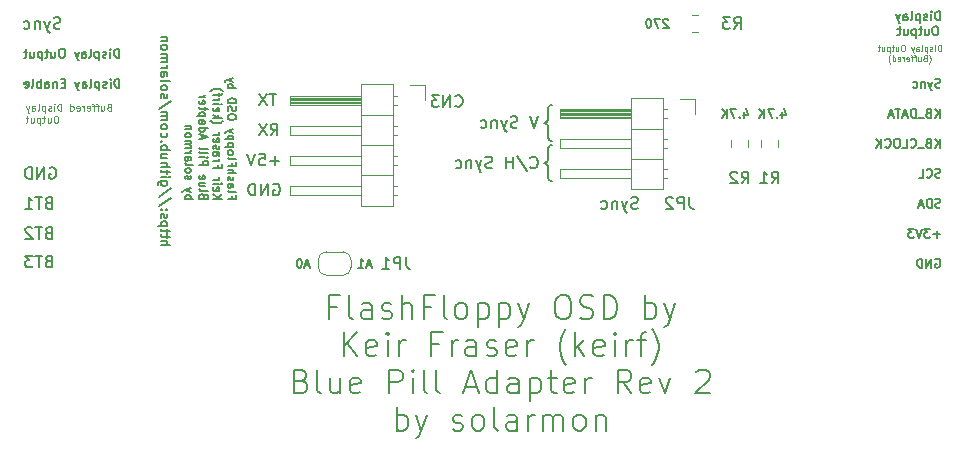
<source format=gbr>
%TF.GenerationSoftware,KiCad,Pcbnew,(5.1.9)-1*%
%TF.CreationDate,2021-05-08T11:34:12+01:00*%
%TF.ProjectId,FF OSD Adapter - Rev 2,4646204f-5344-4204-9164-617074657220,rev?*%
%TF.SameCoordinates,Original*%
%TF.FileFunction,Legend,Bot*%
%TF.FilePolarity,Positive*%
%FSLAX46Y46*%
G04 Gerber Fmt 4.6, Leading zero omitted, Abs format (unit mm)*
G04 Created by KiCad (PCBNEW (5.1.9)-1) date 2021-05-08 11:34:12*
%MOMM*%
%LPD*%
G01*
G04 APERTURE LIST*
%ADD10C,0.150000*%
%ADD11C,0.100000*%
%ADD12C,0.125000*%
%ADD13C,0.120000*%
G04 APERTURE END LIST*
D10*
X109116714Y-111561571D02*
X108973857Y-111609190D01*
X108926238Y-111656809D01*
X108878619Y-111752047D01*
X108878619Y-111894904D01*
X108926238Y-111990142D01*
X108973857Y-112037761D01*
X109069095Y-112085380D01*
X109450047Y-112085380D01*
X109450047Y-111085380D01*
X109116714Y-111085380D01*
X109021476Y-111133000D01*
X108973857Y-111180619D01*
X108926238Y-111275857D01*
X108926238Y-111371095D01*
X108973857Y-111466333D01*
X109021476Y-111513952D01*
X109116714Y-111561571D01*
X109450047Y-111561571D01*
X108592904Y-111085380D02*
X108021476Y-111085380D01*
X108307190Y-112085380D02*
X108307190Y-111085380D01*
X107783380Y-111085380D02*
X107164333Y-111085380D01*
X107497666Y-111466333D01*
X107354809Y-111466333D01*
X107259571Y-111513952D01*
X107211952Y-111561571D01*
X107164333Y-111656809D01*
X107164333Y-111894904D01*
X107211952Y-111990142D01*
X107259571Y-112037761D01*
X107354809Y-112085380D01*
X107640523Y-112085380D01*
X107735761Y-112037761D01*
X107783380Y-111990142D01*
X109116714Y-109148571D02*
X108973857Y-109196190D01*
X108926238Y-109243809D01*
X108878619Y-109339047D01*
X108878619Y-109481904D01*
X108926238Y-109577142D01*
X108973857Y-109624761D01*
X109069095Y-109672380D01*
X109450047Y-109672380D01*
X109450047Y-108672380D01*
X109116714Y-108672380D01*
X109021476Y-108720000D01*
X108973857Y-108767619D01*
X108926238Y-108862857D01*
X108926238Y-108958095D01*
X108973857Y-109053333D01*
X109021476Y-109100952D01*
X109116714Y-109148571D01*
X109450047Y-109148571D01*
X108592904Y-108672380D02*
X108021476Y-108672380D01*
X108307190Y-109672380D02*
X108307190Y-108672380D01*
X107735761Y-108767619D02*
X107688142Y-108720000D01*
X107592904Y-108672380D01*
X107354809Y-108672380D01*
X107259571Y-108720000D01*
X107211952Y-108767619D01*
X107164333Y-108862857D01*
X107164333Y-108958095D01*
X107211952Y-109100952D01*
X107783380Y-109672380D01*
X107164333Y-109672380D01*
X109116714Y-106608571D02*
X108973857Y-106656190D01*
X108926238Y-106703809D01*
X108878619Y-106799047D01*
X108878619Y-106941904D01*
X108926238Y-107037142D01*
X108973857Y-107084761D01*
X109069095Y-107132380D01*
X109450047Y-107132380D01*
X109450047Y-106132380D01*
X109116714Y-106132380D01*
X109021476Y-106180000D01*
X108973857Y-106227619D01*
X108926238Y-106322857D01*
X108926238Y-106418095D01*
X108973857Y-106513333D01*
X109021476Y-106560952D01*
X109116714Y-106608571D01*
X109450047Y-106608571D01*
X108592904Y-106132380D02*
X108021476Y-106132380D01*
X108307190Y-107132380D02*
X108307190Y-106132380D01*
X107164333Y-107132380D02*
X107735761Y-107132380D01*
X107450047Y-107132380D02*
X107450047Y-106132380D01*
X107545285Y-106275238D01*
X107640523Y-106370476D01*
X107735761Y-106418095D01*
X109219904Y-103640000D02*
X109315142Y-103592380D01*
X109458000Y-103592380D01*
X109600857Y-103640000D01*
X109696095Y-103735238D01*
X109743714Y-103830476D01*
X109791333Y-104020952D01*
X109791333Y-104163809D01*
X109743714Y-104354285D01*
X109696095Y-104449523D01*
X109600857Y-104544761D01*
X109458000Y-104592380D01*
X109362761Y-104592380D01*
X109219904Y-104544761D01*
X109172285Y-104497142D01*
X109172285Y-104163809D01*
X109362761Y-104163809D01*
X108743714Y-104592380D02*
X108743714Y-103592380D01*
X108172285Y-104592380D01*
X108172285Y-103592380D01*
X107696095Y-104592380D02*
X107696095Y-103592380D01*
X107458000Y-103592380D01*
X107315142Y-103640000D01*
X107219904Y-103735238D01*
X107172285Y-103830476D01*
X107124666Y-104020952D01*
X107124666Y-104163809D01*
X107172285Y-104354285D01*
X107219904Y-104449523D01*
X107315142Y-104544761D01*
X107458000Y-104592380D01*
X107696095Y-104592380D01*
D11*
X114240285Y-98517142D02*
X114154571Y-98545714D01*
X114126000Y-98574285D01*
X114097428Y-98631428D01*
X114097428Y-98717142D01*
X114126000Y-98774285D01*
X114154571Y-98802857D01*
X114211714Y-98831428D01*
X114440285Y-98831428D01*
X114440285Y-98231428D01*
X114240285Y-98231428D01*
X114183142Y-98260000D01*
X114154571Y-98288571D01*
X114126000Y-98345714D01*
X114126000Y-98402857D01*
X114154571Y-98460000D01*
X114183142Y-98488571D01*
X114240285Y-98517142D01*
X114440285Y-98517142D01*
X113583142Y-98431428D02*
X113583142Y-98831428D01*
X113840285Y-98431428D02*
X113840285Y-98745714D01*
X113811714Y-98802857D01*
X113754571Y-98831428D01*
X113668857Y-98831428D01*
X113611714Y-98802857D01*
X113583142Y-98774285D01*
X113383142Y-98431428D02*
X113154571Y-98431428D01*
X113297428Y-98831428D02*
X113297428Y-98317142D01*
X113268857Y-98260000D01*
X113211714Y-98231428D01*
X113154571Y-98231428D01*
X113040285Y-98431428D02*
X112811714Y-98431428D01*
X112954571Y-98831428D02*
X112954571Y-98317142D01*
X112926000Y-98260000D01*
X112868857Y-98231428D01*
X112811714Y-98231428D01*
X112383142Y-98802857D02*
X112440285Y-98831428D01*
X112554571Y-98831428D01*
X112611714Y-98802857D01*
X112640285Y-98745714D01*
X112640285Y-98517142D01*
X112611714Y-98460000D01*
X112554571Y-98431428D01*
X112440285Y-98431428D01*
X112383142Y-98460000D01*
X112354571Y-98517142D01*
X112354571Y-98574285D01*
X112640285Y-98631428D01*
X112097428Y-98831428D02*
X112097428Y-98431428D01*
X112097428Y-98545714D02*
X112068857Y-98488571D01*
X112040285Y-98460000D01*
X111983142Y-98431428D01*
X111926000Y-98431428D01*
X111497428Y-98802857D02*
X111554571Y-98831428D01*
X111668857Y-98831428D01*
X111726000Y-98802857D01*
X111754571Y-98745714D01*
X111754571Y-98517142D01*
X111726000Y-98460000D01*
X111668857Y-98431428D01*
X111554571Y-98431428D01*
X111497428Y-98460000D01*
X111468857Y-98517142D01*
X111468857Y-98574285D01*
X111754571Y-98631428D01*
X110954571Y-98831428D02*
X110954571Y-98231428D01*
X110954571Y-98802857D02*
X111011714Y-98831428D01*
X111126000Y-98831428D01*
X111183142Y-98802857D01*
X111211714Y-98774285D01*
X111240285Y-98717142D01*
X111240285Y-98545714D01*
X111211714Y-98488571D01*
X111183142Y-98460000D01*
X111126000Y-98431428D01*
X111011714Y-98431428D01*
X110954571Y-98460000D01*
X110211714Y-98831428D02*
X110211714Y-98231428D01*
X110068857Y-98231428D01*
X109983142Y-98260000D01*
X109926000Y-98317142D01*
X109897428Y-98374285D01*
X109868857Y-98488571D01*
X109868857Y-98574285D01*
X109897428Y-98688571D01*
X109926000Y-98745714D01*
X109983142Y-98802857D01*
X110068857Y-98831428D01*
X110211714Y-98831428D01*
X109611714Y-98831428D02*
X109611714Y-98431428D01*
X109611714Y-98231428D02*
X109640285Y-98260000D01*
X109611714Y-98288571D01*
X109583142Y-98260000D01*
X109611714Y-98231428D01*
X109611714Y-98288571D01*
X109354571Y-98802857D02*
X109297428Y-98831428D01*
X109183142Y-98831428D01*
X109126000Y-98802857D01*
X109097428Y-98745714D01*
X109097428Y-98717142D01*
X109126000Y-98660000D01*
X109183142Y-98631428D01*
X109268857Y-98631428D01*
X109326000Y-98602857D01*
X109354571Y-98545714D01*
X109354571Y-98517142D01*
X109326000Y-98460000D01*
X109268857Y-98431428D01*
X109183142Y-98431428D01*
X109126000Y-98460000D01*
X108840285Y-98431428D02*
X108840285Y-99031428D01*
X108840285Y-98460000D02*
X108783142Y-98431428D01*
X108668857Y-98431428D01*
X108611714Y-98460000D01*
X108583142Y-98488571D01*
X108554571Y-98545714D01*
X108554571Y-98717142D01*
X108583142Y-98774285D01*
X108611714Y-98802857D01*
X108668857Y-98831428D01*
X108783142Y-98831428D01*
X108840285Y-98802857D01*
X108211714Y-98831428D02*
X108268857Y-98802857D01*
X108297428Y-98745714D01*
X108297428Y-98231428D01*
X107726000Y-98831428D02*
X107726000Y-98517142D01*
X107754571Y-98460000D01*
X107811714Y-98431428D01*
X107926000Y-98431428D01*
X107983142Y-98460000D01*
X107726000Y-98802857D02*
X107783142Y-98831428D01*
X107926000Y-98831428D01*
X107983142Y-98802857D01*
X108011714Y-98745714D01*
X108011714Y-98688571D01*
X107983142Y-98631428D01*
X107926000Y-98602857D01*
X107783142Y-98602857D01*
X107726000Y-98574285D01*
X107497428Y-98431428D02*
X107354571Y-98831428D01*
X107211714Y-98431428D02*
X107354571Y-98831428D01*
X107411714Y-98974285D01*
X107440285Y-99002857D01*
X107497428Y-99031428D01*
X109811714Y-99231428D02*
X109697428Y-99231428D01*
X109640285Y-99260000D01*
X109583142Y-99317142D01*
X109554571Y-99431428D01*
X109554571Y-99631428D01*
X109583142Y-99745714D01*
X109640285Y-99802857D01*
X109697428Y-99831428D01*
X109811714Y-99831428D01*
X109868857Y-99802857D01*
X109926000Y-99745714D01*
X109954571Y-99631428D01*
X109954571Y-99431428D01*
X109926000Y-99317142D01*
X109868857Y-99260000D01*
X109811714Y-99231428D01*
X109040285Y-99431428D02*
X109040285Y-99831428D01*
X109297428Y-99431428D02*
X109297428Y-99745714D01*
X109268857Y-99802857D01*
X109211714Y-99831428D01*
X109126000Y-99831428D01*
X109068857Y-99802857D01*
X109040285Y-99774285D01*
X108840285Y-99431428D02*
X108611714Y-99431428D01*
X108754571Y-99231428D02*
X108754571Y-99745714D01*
X108726000Y-99802857D01*
X108668857Y-99831428D01*
X108611714Y-99831428D01*
X108411714Y-99431428D02*
X108411714Y-100031428D01*
X108411714Y-99460000D02*
X108354571Y-99431428D01*
X108240285Y-99431428D01*
X108183142Y-99460000D01*
X108154571Y-99488571D01*
X108126000Y-99545714D01*
X108126000Y-99717142D01*
X108154571Y-99774285D01*
X108183142Y-99802857D01*
X108240285Y-99831428D01*
X108354571Y-99831428D01*
X108411714Y-99802857D01*
X107611714Y-99431428D02*
X107611714Y-99831428D01*
X107868857Y-99431428D02*
X107868857Y-99745714D01*
X107840285Y-99802857D01*
X107783142Y-99831428D01*
X107697428Y-99831428D01*
X107640285Y-99802857D01*
X107611714Y-99774285D01*
X107411714Y-99431428D02*
X107183142Y-99431428D01*
X107326000Y-99231428D02*
X107326000Y-99745714D01*
X107297428Y-99802857D01*
X107240285Y-99831428D01*
X107183142Y-99831428D01*
D10*
X115125000Y-96859285D02*
X115125000Y-96109285D01*
X114946428Y-96109285D01*
X114839285Y-96145000D01*
X114767857Y-96216428D01*
X114732142Y-96287857D01*
X114696428Y-96430714D01*
X114696428Y-96537857D01*
X114732142Y-96680714D01*
X114767857Y-96752142D01*
X114839285Y-96823571D01*
X114946428Y-96859285D01*
X115125000Y-96859285D01*
X114375000Y-96859285D02*
X114375000Y-96359285D01*
X114375000Y-96109285D02*
X114410714Y-96145000D01*
X114375000Y-96180714D01*
X114339285Y-96145000D01*
X114375000Y-96109285D01*
X114375000Y-96180714D01*
X114053571Y-96823571D02*
X113982142Y-96859285D01*
X113839285Y-96859285D01*
X113767857Y-96823571D01*
X113732142Y-96752142D01*
X113732142Y-96716428D01*
X113767857Y-96645000D01*
X113839285Y-96609285D01*
X113946428Y-96609285D01*
X114017857Y-96573571D01*
X114053571Y-96502142D01*
X114053571Y-96466428D01*
X114017857Y-96395000D01*
X113946428Y-96359285D01*
X113839285Y-96359285D01*
X113767857Y-96395000D01*
X113410714Y-96359285D02*
X113410714Y-97109285D01*
X113410714Y-96395000D02*
X113339285Y-96359285D01*
X113196428Y-96359285D01*
X113125000Y-96395000D01*
X113089285Y-96430714D01*
X113053571Y-96502142D01*
X113053571Y-96716428D01*
X113089285Y-96787857D01*
X113125000Y-96823571D01*
X113196428Y-96859285D01*
X113339285Y-96859285D01*
X113410714Y-96823571D01*
X112625000Y-96859285D02*
X112696428Y-96823571D01*
X112732142Y-96752142D01*
X112732142Y-96109285D01*
X112017857Y-96859285D02*
X112017857Y-96466428D01*
X112053571Y-96395000D01*
X112125000Y-96359285D01*
X112267857Y-96359285D01*
X112339285Y-96395000D01*
X112017857Y-96823571D02*
X112089285Y-96859285D01*
X112267857Y-96859285D01*
X112339285Y-96823571D01*
X112375000Y-96752142D01*
X112375000Y-96680714D01*
X112339285Y-96609285D01*
X112267857Y-96573571D01*
X112089285Y-96573571D01*
X112017857Y-96537857D01*
X111732142Y-96359285D02*
X111553571Y-96859285D01*
X111375000Y-96359285D02*
X111553571Y-96859285D01*
X111625000Y-97037857D01*
X111660714Y-97073571D01*
X111732142Y-97109285D01*
X110517857Y-96466428D02*
X110267857Y-96466428D01*
X110160714Y-96859285D02*
X110517857Y-96859285D01*
X110517857Y-96109285D01*
X110160714Y-96109285D01*
X109839285Y-96359285D02*
X109839285Y-96859285D01*
X109839285Y-96430714D02*
X109803571Y-96395000D01*
X109732142Y-96359285D01*
X109625000Y-96359285D01*
X109553571Y-96395000D01*
X109517857Y-96466428D01*
X109517857Y-96859285D01*
X108839285Y-96859285D02*
X108839285Y-96466428D01*
X108875000Y-96395000D01*
X108946428Y-96359285D01*
X109089285Y-96359285D01*
X109160714Y-96395000D01*
X108839285Y-96823571D02*
X108910714Y-96859285D01*
X109089285Y-96859285D01*
X109160714Y-96823571D01*
X109196428Y-96752142D01*
X109196428Y-96680714D01*
X109160714Y-96609285D01*
X109089285Y-96573571D01*
X108910714Y-96573571D01*
X108839285Y-96537857D01*
X108482142Y-96859285D02*
X108482142Y-96109285D01*
X108482142Y-96395000D02*
X108410714Y-96359285D01*
X108267857Y-96359285D01*
X108196428Y-96395000D01*
X108160714Y-96430714D01*
X108125000Y-96502142D01*
X108125000Y-96716428D01*
X108160714Y-96787857D01*
X108196428Y-96823571D01*
X108267857Y-96859285D01*
X108410714Y-96859285D01*
X108482142Y-96823571D01*
X107696428Y-96859285D02*
X107767857Y-96823571D01*
X107803571Y-96752142D01*
X107803571Y-96109285D01*
X107125000Y-96823571D02*
X107196428Y-96859285D01*
X107339285Y-96859285D01*
X107410714Y-96823571D01*
X107446428Y-96752142D01*
X107446428Y-96466428D01*
X107410714Y-96395000D01*
X107339285Y-96359285D01*
X107196428Y-96359285D01*
X107125000Y-96395000D01*
X107089285Y-96466428D01*
X107089285Y-96537857D01*
X107446428Y-96609285D01*
X115089285Y-94319285D02*
X115089285Y-93569285D01*
X114910714Y-93569285D01*
X114803571Y-93605000D01*
X114732142Y-93676428D01*
X114696428Y-93747857D01*
X114660714Y-93890714D01*
X114660714Y-93997857D01*
X114696428Y-94140714D01*
X114732142Y-94212142D01*
X114803571Y-94283571D01*
X114910714Y-94319285D01*
X115089285Y-94319285D01*
X114339285Y-94319285D02*
X114339285Y-93819285D01*
X114339285Y-93569285D02*
X114375000Y-93605000D01*
X114339285Y-93640714D01*
X114303571Y-93605000D01*
X114339285Y-93569285D01*
X114339285Y-93640714D01*
X114017857Y-94283571D02*
X113946428Y-94319285D01*
X113803571Y-94319285D01*
X113732142Y-94283571D01*
X113696428Y-94212142D01*
X113696428Y-94176428D01*
X113732142Y-94105000D01*
X113803571Y-94069285D01*
X113910714Y-94069285D01*
X113982142Y-94033571D01*
X114017857Y-93962142D01*
X114017857Y-93926428D01*
X113982142Y-93855000D01*
X113910714Y-93819285D01*
X113803571Y-93819285D01*
X113732142Y-93855000D01*
X113375000Y-93819285D02*
X113375000Y-94569285D01*
X113375000Y-93855000D02*
X113303571Y-93819285D01*
X113160714Y-93819285D01*
X113089285Y-93855000D01*
X113053571Y-93890714D01*
X113017857Y-93962142D01*
X113017857Y-94176428D01*
X113053571Y-94247857D01*
X113089285Y-94283571D01*
X113160714Y-94319285D01*
X113303571Y-94319285D01*
X113375000Y-94283571D01*
X112589285Y-94319285D02*
X112660714Y-94283571D01*
X112696428Y-94212142D01*
X112696428Y-93569285D01*
X111982142Y-94319285D02*
X111982142Y-93926428D01*
X112017857Y-93855000D01*
X112089285Y-93819285D01*
X112232142Y-93819285D01*
X112303571Y-93855000D01*
X111982142Y-94283571D02*
X112053571Y-94319285D01*
X112232142Y-94319285D01*
X112303571Y-94283571D01*
X112339285Y-94212142D01*
X112339285Y-94140714D01*
X112303571Y-94069285D01*
X112232142Y-94033571D01*
X112053571Y-94033571D01*
X111982142Y-93997857D01*
X111696428Y-93819285D02*
X111517857Y-94319285D01*
X111339285Y-93819285D02*
X111517857Y-94319285D01*
X111589285Y-94497857D01*
X111625000Y-94533571D01*
X111696428Y-94569285D01*
X110339285Y-93569285D02*
X110196428Y-93569285D01*
X110125000Y-93605000D01*
X110053571Y-93676428D01*
X110017857Y-93819285D01*
X110017857Y-94069285D01*
X110053571Y-94212142D01*
X110125000Y-94283571D01*
X110196428Y-94319285D01*
X110339285Y-94319285D01*
X110410714Y-94283571D01*
X110482142Y-94212142D01*
X110517857Y-94069285D01*
X110517857Y-93819285D01*
X110482142Y-93676428D01*
X110410714Y-93605000D01*
X110339285Y-93569285D01*
X109375000Y-93819285D02*
X109375000Y-94319285D01*
X109696428Y-93819285D02*
X109696428Y-94212142D01*
X109660714Y-94283571D01*
X109589285Y-94319285D01*
X109482142Y-94319285D01*
X109410714Y-94283571D01*
X109375000Y-94247857D01*
X109125000Y-93819285D02*
X108839285Y-93819285D01*
X109017857Y-93569285D02*
X109017857Y-94212142D01*
X108982142Y-94283571D01*
X108910714Y-94319285D01*
X108839285Y-94319285D01*
X108589285Y-93819285D02*
X108589285Y-94569285D01*
X108589285Y-93855000D02*
X108517857Y-93819285D01*
X108375000Y-93819285D01*
X108303571Y-93855000D01*
X108267857Y-93890714D01*
X108232142Y-93962142D01*
X108232142Y-94176428D01*
X108267857Y-94247857D01*
X108303571Y-94283571D01*
X108375000Y-94319285D01*
X108517857Y-94319285D01*
X108589285Y-94283571D01*
X107589285Y-93819285D02*
X107589285Y-94319285D01*
X107910714Y-93819285D02*
X107910714Y-94212142D01*
X107875000Y-94283571D01*
X107803571Y-94319285D01*
X107696428Y-94319285D01*
X107625000Y-94283571D01*
X107589285Y-94247857D01*
X107339285Y-93819285D02*
X107053571Y-93819285D01*
X107232142Y-93569285D02*
X107232142Y-94212142D01*
X107196428Y-94283571D01*
X107125000Y-94319285D01*
X107053571Y-94319285D01*
X110132619Y-91844761D02*
X109989761Y-91892380D01*
X109751666Y-91892380D01*
X109656428Y-91844761D01*
X109608809Y-91797142D01*
X109561190Y-91701904D01*
X109561190Y-91606666D01*
X109608809Y-91511428D01*
X109656428Y-91463809D01*
X109751666Y-91416190D01*
X109942142Y-91368571D01*
X110037380Y-91320952D01*
X110085000Y-91273333D01*
X110132619Y-91178095D01*
X110132619Y-91082857D01*
X110085000Y-90987619D01*
X110037380Y-90940000D01*
X109942142Y-90892380D01*
X109704047Y-90892380D01*
X109561190Y-90940000D01*
X109227857Y-91225714D02*
X108989761Y-91892380D01*
X108751666Y-91225714D02*
X108989761Y-91892380D01*
X109085000Y-92130476D01*
X109132619Y-92178095D01*
X109227857Y-92225714D01*
X108370714Y-91225714D02*
X108370714Y-91892380D01*
X108370714Y-91320952D02*
X108323095Y-91273333D01*
X108227857Y-91225714D01*
X108085000Y-91225714D01*
X107989761Y-91273333D01*
X107942142Y-91368571D01*
X107942142Y-91892380D01*
X107037380Y-91844761D02*
X107132619Y-91892380D01*
X107323095Y-91892380D01*
X107418333Y-91844761D01*
X107465952Y-91797142D01*
X107513571Y-91701904D01*
X107513571Y-91416190D01*
X107465952Y-91320952D01*
X107418333Y-91273333D01*
X107323095Y-91225714D01*
X107132619Y-91225714D01*
X107037380Y-91273333D01*
X184606285Y-91141785D02*
X184606285Y-90391785D01*
X184427714Y-90391785D01*
X184320571Y-90427500D01*
X184249142Y-90498928D01*
X184213428Y-90570357D01*
X184177714Y-90713214D01*
X184177714Y-90820357D01*
X184213428Y-90963214D01*
X184249142Y-91034642D01*
X184320571Y-91106071D01*
X184427714Y-91141785D01*
X184606285Y-91141785D01*
X183856285Y-91141785D02*
X183856285Y-90641785D01*
X183856285Y-90391785D02*
X183892000Y-90427500D01*
X183856285Y-90463214D01*
X183820571Y-90427500D01*
X183856285Y-90391785D01*
X183856285Y-90463214D01*
X183534857Y-91106071D02*
X183463428Y-91141785D01*
X183320571Y-91141785D01*
X183249142Y-91106071D01*
X183213428Y-91034642D01*
X183213428Y-90998928D01*
X183249142Y-90927500D01*
X183320571Y-90891785D01*
X183427714Y-90891785D01*
X183499142Y-90856071D01*
X183534857Y-90784642D01*
X183534857Y-90748928D01*
X183499142Y-90677500D01*
X183427714Y-90641785D01*
X183320571Y-90641785D01*
X183249142Y-90677500D01*
X182892000Y-90641785D02*
X182892000Y-91391785D01*
X182892000Y-90677500D02*
X182820571Y-90641785D01*
X182677714Y-90641785D01*
X182606285Y-90677500D01*
X182570571Y-90713214D01*
X182534857Y-90784642D01*
X182534857Y-90998928D01*
X182570571Y-91070357D01*
X182606285Y-91106071D01*
X182677714Y-91141785D01*
X182820571Y-91141785D01*
X182892000Y-91106071D01*
X182106285Y-91141785D02*
X182177714Y-91106071D01*
X182213428Y-91034642D01*
X182213428Y-90391785D01*
X181499142Y-91141785D02*
X181499142Y-90748928D01*
X181534857Y-90677500D01*
X181606285Y-90641785D01*
X181749142Y-90641785D01*
X181820571Y-90677500D01*
X181499142Y-91106071D02*
X181570571Y-91141785D01*
X181749142Y-91141785D01*
X181820571Y-91106071D01*
X181856285Y-91034642D01*
X181856285Y-90963214D01*
X181820571Y-90891785D01*
X181749142Y-90856071D01*
X181570571Y-90856071D01*
X181499142Y-90820357D01*
X181213428Y-90641785D02*
X181034857Y-91141785D01*
X180856285Y-90641785D02*
X181034857Y-91141785D01*
X181106285Y-91320357D01*
X181142000Y-91356071D01*
X181213428Y-91391785D01*
X184284857Y-91666785D02*
X184142000Y-91666785D01*
X184070571Y-91702500D01*
X183999142Y-91773928D01*
X183963428Y-91916785D01*
X183963428Y-92166785D01*
X183999142Y-92309642D01*
X184070571Y-92381071D01*
X184142000Y-92416785D01*
X184284857Y-92416785D01*
X184356285Y-92381071D01*
X184427714Y-92309642D01*
X184463428Y-92166785D01*
X184463428Y-91916785D01*
X184427714Y-91773928D01*
X184356285Y-91702500D01*
X184284857Y-91666785D01*
X183320571Y-91916785D02*
X183320571Y-92416785D01*
X183642000Y-91916785D02*
X183642000Y-92309642D01*
X183606285Y-92381071D01*
X183534857Y-92416785D01*
X183427714Y-92416785D01*
X183356285Y-92381071D01*
X183320571Y-92345357D01*
X183070571Y-91916785D02*
X182784857Y-91916785D01*
X182963428Y-91666785D02*
X182963428Y-92309642D01*
X182927714Y-92381071D01*
X182856285Y-92416785D01*
X182784857Y-92416785D01*
X182534857Y-91916785D02*
X182534857Y-92666785D01*
X182534857Y-91952500D02*
X182463428Y-91916785D01*
X182320571Y-91916785D01*
X182249142Y-91952500D01*
X182213428Y-91988214D01*
X182177714Y-92059642D01*
X182177714Y-92273928D01*
X182213428Y-92345357D01*
X182249142Y-92381071D01*
X182320571Y-92416785D01*
X182463428Y-92416785D01*
X182534857Y-92381071D01*
X181534857Y-91916785D02*
X181534857Y-92416785D01*
X181856285Y-91916785D02*
X181856285Y-92309642D01*
X181820571Y-92381071D01*
X181749142Y-92416785D01*
X181642000Y-92416785D01*
X181570571Y-92381071D01*
X181534857Y-92345357D01*
X181284857Y-91916785D02*
X180999142Y-91916785D01*
X181177714Y-91666785D02*
X181177714Y-92309642D01*
X181142000Y-92381071D01*
X181070571Y-92416785D01*
X180999142Y-92416785D01*
D12*
X184678309Y-93768690D02*
X184678309Y-93268690D01*
X184559261Y-93268690D01*
X184487832Y-93292500D01*
X184440213Y-93340119D01*
X184416404Y-93387738D01*
X184392594Y-93482976D01*
X184392594Y-93554404D01*
X184416404Y-93649642D01*
X184440213Y-93697261D01*
X184487832Y-93744880D01*
X184559261Y-93768690D01*
X184678309Y-93768690D01*
X184178309Y-93768690D02*
X184178309Y-93435357D01*
X184178309Y-93268690D02*
X184202118Y-93292500D01*
X184178309Y-93316309D01*
X184154499Y-93292500D01*
X184178309Y-93268690D01*
X184178309Y-93316309D01*
X183964023Y-93744880D02*
X183916404Y-93768690D01*
X183821166Y-93768690D01*
X183773547Y-93744880D01*
X183749737Y-93697261D01*
X183749737Y-93673452D01*
X183773547Y-93625833D01*
X183821166Y-93602023D01*
X183892594Y-93602023D01*
X183940213Y-93578214D01*
X183964023Y-93530595D01*
X183964023Y-93506785D01*
X183940213Y-93459166D01*
X183892594Y-93435357D01*
X183821166Y-93435357D01*
X183773547Y-93459166D01*
X183535452Y-93435357D02*
X183535452Y-93935357D01*
X183535452Y-93459166D02*
X183487832Y-93435357D01*
X183392594Y-93435357D01*
X183344975Y-93459166D01*
X183321166Y-93482976D01*
X183297356Y-93530595D01*
X183297356Y-93673452D01*
X183321166Y-93721071D01*
X183344975Y-93744880D01*
X183392594Y-93768690D01*
X183487832Y-93768690D01*
X183535452Y-93744880D01*
X183011642Y-93768690D02*
X183059261Y-93744880D01*
X183083071Y-93697261D01*
X183083071Y-93268690D01*
X182606880Y-93768690D02*
X182606880Y-93506785D01*
X182630690Y-93459166D01*
X182678309Y-93435357D01*
X182773547Y-93435357D01*
X182821166Y-93459166D01*
X182606880Y-93744880D02*
X182654499Y-93768690D01*
X182773547Y-93768690D01*
X182821166Y-93744880D01*
X182844975Y-93697261D01*
X182844975Y-93649642D01*
X182821166Y-93602023D01*
X182773547Y-93578214D01*
X182654499Y-93578214D01*
X182606880Y-93554404D01*
X182416404Y-93435357D02*
X182297356Y-93768690D01*
X182178309Y-93435357D02*
X182297356Y-93768690D01*
X182344975Y-93887738D01*
X182368785Y-93911547D01*
X182416404Y-93935357D01*
X181511642Y-93268690D02*
X181416404Y-93268690D01*
X181368785Y-93292500D01*
X181321166Y-93340119D01*
X181297356Y-93435357D01*
X181297356Y-93602023D01*
X181321166Y-93697261D01*
X181368785Y-93744880D01*
X181416404Y-93768690D01*
X181511642Y-93768690D01*
X181559261Y-93744880D01*
X181606880Y-93697261D01*
X181630690Y-93602023D01*
X181630690Y-93435357D01*
X181606880Y-93340119D01*
X181559261Y-93292500D01*
X181511642Y-93268690D01*
X180868785Y-93435357D02*
X180868785Y-93768690D01*
X181083071Y-93435357D02*
X181083071Y-93697261D01*
X181059261Y-93744880D01*
X181011642Y-93768690D01*
X180940213Y-93768690D01*
X180892594Y-93744880D01*
X180868785Y-93721071D01*
X180702118Y-93435357D02*
X180511642Y-93435357D01*
X180630690Y-93268690D02*
X180630690Y-93697261D01*
X180606880Y-93744880D01*
X180559261Y-93768690D01*
X180511642Y-93768690D01*
X180344975Y-93435357D02*
X180344975Y-93935357D01*
X180344975Y-93459166D02*
X180297356Y-93435357D01*
X180202118Y-93435357D01*
X180154499Y-93459166D01*
X180130690Y-93482976D01*
X180106880Y-93530595D01*
X180106880Y-93673452D01*
X180130690Y-93721071D01*
X180154499Y-93744880D01*
X180202118Y-93768690D01*
X180297356Y-93768690D01*
X180344975Y-93744880D01*
X179678309Y-93435357D02*
X179678309Y-93768690D01*
X179892594Y-93435357D02*
X179892594Y-93697261D01*
X179868785Y-93744880D01*
X179821166Y-93768690D01*
X179749737Y-93768690D01*
X179702118Y-93744880D01*
X179678309Y-93721071D01*
X179511642Y-93435357D02*
X179321166Y-93435357D01*
X179440213Y-93268690D02*
X179440213Y-93697261D01*
X179416404Y-93744880D01*
X179368785Y-93768690D01*
X179321166Y-93768690D01*
X183678309Y-94834166D02*
X183702118Y-94810357D01*
X183749737Y-94738928D01*
X183773547Y-94691309D01*
X183797356Y-94619880D01*
X183821166Y-94500833D01*
X183821166Y-94405595D01*
X183797356Y-94286547D01*
X183773547Y-94215119D01*
X183749737Y-94167500D01*
X183702118Y-94096071D01*
X183678309Y-94072261D01*
X183321166Y-94381785D02*
X183249737Y-94405595D01*
X183225928Y-94429404D01*
X183202118Y-94477023D01*
X183202118Y-94548452D01*
X183225928Y-94596071D01*
X183249737Y-94619880D01*
X183297356Y-94643690D01*
X183487832Y-94643690D01*
X183487832Y-94143690D01*
X183321166Y-94143690D01*
X183273547Y-94167500D01*
X183249737Y-94191309D01*
X183225928Y-94238928D01*
X183225928Y-94286547D01*
X183249737Y-94334166D01*
X183273547Y-94357976D01*
X183321166Y-94381785D01*
X183487832Y-94381785D01*
X182773547Y-94310357D02*
X182773547Y-94643690D01*
X182987832Y-94310357D02*
X182987832Y-94572261D01*
X182964023Y-94619880D01*
X182916404Y-94643690D01*
X182844975Y-94643690D01*
X182797356Y-94619880D01*
X182773547Y-94596071D01*
X182606880Y-94310357D02*
X182416404Y-94310357D01*
X182535452Y-94643690D02*
X182535452Y-94215119D01*
X182511642Y-94167500D01*
X182464023Y-94143690D01*
X182416404Y-94143690D01*
X182321166Y-94310357D02*
X182130690Y-94310357D01*
X182249737Y-94643690D02*
X182249737Y-94215119D01*
X182225928Y-94167500D01*
X182178309Y-94143690D01*
X182130690Y-94143690D01*
X181773547Y-94619880D02*
X181821166Y-94643690D01*
X181916404Y-94643690D01*
X181964023Y-94619880D01*
X181987832Y-94572261D01*
X181987832Y-94381785D01*
X181964023Y-94334166D01*
X181916404Y-94310357D01*
X181821166Y-94310357D01*
X181773547Y-94334166D01*
X181749737Y-94381785D01*
X181749737Y-94429404D01*
X181987832Y-94477023D01*
X181535452Y-94643690D02*
X181535452Y-94310357D01*
X181535452Y-94405595D02*
X181511642Y-94357976D01*
X181487832Y-94334166D01*
X181440213Y-94310357D01*
X181392594Y-94310357D01*
X181035452Y-94619880D02*
X181083071Y-94643690D01*
X181178309Y-94643690D01*
X181225928Y-94619880D01*
X181249737Y-94572261D01*
X181249737Y-94381785D01*
X181225928Y-94334166D01*
X181178309Y-94310357D01*
X181083071Y-94310357D01*
X181035452Y-94334166D01*
X181011642Y-94381785D01*
X181011642Y-94429404D01*
X181249737Y-94477023D01*
X180583071Y-94643690D02*
X180583071Y-94143690D01*
X180583071Y-94619880D02*
X180630690Y-94643690D01*
X180725928Y-94643690D01*
X180773547Y-94619880D01*
X180797356Y-94596071D01*
X180821166Y-94548452D01*
X180821166Y-94405595D01*
X180797356Y-94357976D01*
X180773547Y-94334166D01*
X180725928Y-94310357D01*
X180630690Y-94310357D01*
X180583071Y-94334166D01*
X180392594Y-94834166D02*
X180368785Y-94810357D01*
X180321166Y-94738928D01*
X180297356Y-94691309D01*
X180273547Y-94619880D01*
X180249737Y-94500833D01*
X180249737Y-94405595D01*
X180273547Y-94286547D01*
X180297356Y-94215119D01*
X180321166Y-94167500D01*
X180368785Y-94096071D01*
X180392594Y-94072261D01*
D10*
X184641999Y-96823571D02*
X184534856Y-96859285D01*
X184356285Y-96859285D01*
X184284856Y-96823571D01*
X184249142Y-96787857D01*
X184213427Y-96716428D01*
X184213427Y-96645000D01*
X184249142Y-96573571D01*
X184284856Y-96537857D01*
X184356285Y-96502142D01*
X184499142Y-96466428D01*
X184570570Y-96430714D01*
X184606285Y-96395000D01*
X184641999Y-96323571D01*
X184641999Y-96252142D01*
X184606285Y-96180714D01*
X184570570Y-96145000D01*
X184499142Y-96109285D01*
X184320570Y-96109285D01*
X184213427Y-96145000D01*
X183963427Y-96359285D02*
X183784856Y-96859285D01*
X183606285Y-96359285D02*
X183784856Y-96859285D01*
X183856285Y-97037857D01*
X183891999Y-97073571D01*
X183963427Y-97109285D01*
X183320570Y-96359285D02*
X183320570Y-96859285D01*
X183320570Y-96430714D02*
X183284856Y-96395000D01*
X183213427Y-96359285D01*
X183106285Y-96359285D01*
X183034856Y-96395000D01*
X182999142Y-96466428D01*
X182999142Y-96859285D01*
X182320570Y-96823571D02*
X182391999Y-96859285D01*
X182534856Y-96859285D01*
X182606285Y-96823571D01*
X182641999Y-96787857D01*
X182677713Y-96716428D01*
X182677713Y-96502142D01*
X182641999Y-96430714D01*
X182606285Y-96395000D01*
X182534856Y-96359285D01*
X182391999Y-96359285D01*
X182320570Y-96395000D01*
X184606285Y-99399285D02*
X184606285Y-98649285D01*
X184177713Y-99399285D02*
X184499142Y-98970714D01*
X184177713Y-98649285D02*
X184606285Y-99077857D01*
X183606285Y-99006428D02*
X183499142Y-99042142D01*
X183463428Y-99077857D01*
X183427713Y-99149285D01*
X183427713Y-99256428D01*
X183463428Y-99327857D01*
X183499142Y-99363571D01*
X183570571Y-99399285D01*
X183856285Y-99399285D01*
X183856285Y-98649285D01*
X183606285Y-98649285D01*
X183534856Y-98685000D01*
X183499142Y-98720714D01*
X183463428Y-98792142D01*
X183463428Y-98863571D01*
X183499142Y-98935000D01*
X183534856Y-98970714D01*
X183606285Y-99006428D01*
X183856285Y-99006428D01*
X183284856Y-99470714D02*
X182713428Y-99470714D01*
X182534856Y-99399285D02*
X182534856Y-98649285D01*
X182356285Y-98649285D01*
X182249142Y-98685000D01*
X182177713Y-98756428D01*
X182141999Y-98827857D01*
X182106285Y-98970714D01*
X182106285Y-99077857D01*
X182141999Y-99220714D01*
X182177713Y-99292142D01*
X182249142Y-99363571D01*
X182356285Y-99399285D01*
X182534856Y-99399285D01*
X181820571Y-99185000D02*
X181463428Y-99185000D01*
X181891999Y-99399285D02*
X181641999Y-98649285D01*
X181391999Y-99399285D01*
X181249142Y-98649285D02*
X180820571Y-98649285D01*
X181034856Y-99399285D02*
X181034856Y-98649285D01*
X180606285Y-99185000D02*
X180249142Y-99185000D01*
X180677713Y-99399285D02*
X180427713Y-98649285D01*
X180177713Y-99399285D01*
X184606285Y-101939285D02*
X184606285Y-101189285D01*
X184177714Y-101939285D02*
X184499142Y-101510714D01*
X184177714Y-101189285D02*
X184606285Y-101617857D01*
X183606285Y-101546428D02*
X183499142Y-101582142D01*
X183463428Y-101617857D01*
X183427714Y-101689285D01*
X183427714Y-101796428D01*
X183463428Y-101867857D01*
X183499142Y-101903571D01*
X183570571Y-101939285D01*
X183856285Y-101939285D01*
X183856285Y-101189285D01*
X183606285Y-101189285D01*
X183534856Y-101225000D01*
X183499142Y-101260714D01*
X183463428Y-101332142D01*
X183463428Y-101403571D01*
X183499142Y-101475000D01*
X183534856Y-101510714D01*
X183606285Y-101546428D01*
X183856285Y-101546428D01*
X183284856Y-102010714D02*
X182713428Y-102010714D01*
X182106285Y-101867857D02*
X182141999Y-101903571D01*
X182249142Y-101939285D01*
X182320571Y-101939285D01*
X182427714Y-101903571D01*
X182499142Y-101832142D01*
X182534856Y-101760714D01*
X182570571Y-101617857D01*
X182570571Y-101510714D01*
X182534856Y-101367857D01*
X182499142Y-101296428D01*
X182427714Y-101225000D01*
X182320571Y-101189285D01*
X182249142Y-101189285D01*
X182141999Y-101225000D01*
X182106285Y-101260714D01*
X181427714Y-101939285D02*
X181784856Y-101939285D01*
X181784856Y-101189285D01*
X181034856Y-101189285D02*
X180891999Y-101189285D01*
X180820571Y-101225000D01*
X180749142Y-101296428D01*
X180713428Y-101439285D01*
X180713428Y-101689285D01*
X180749142Y-101832142D01*
X180820571Y-101903571D01*
X180891999Y-101939285D01*
X181034856Y-101939285D01*
X181106285Y-101903571D01*
X181177714Y-101832142D01*
X181213428Y-101689285D01*
X181213428Y-101439285D01*
X181177714Y-101296428D01*
X181106285Y-101225000D01*
X181034856Y-101189285D01*
X179963428Y-101867857D02*
X179999142Y-101903571D01*
X180106285Y-101939285D01*
X180177714Y-101939285D01*
X180284856Y-101903571D01*
X180356285Y-101832142D01*
X180391999Y-101760714D01*
X180427714Y-101617857D01*
X180427714Y-101510714D01*
X180391999Y-101367857D01*
X180356285Y-101296428D01*
X180284856Y-101225000D01*
X180177714Y-101189285D01*
X180106285Y-101189285D01*
X179999142Y-101225000D01*
X179963428Y-101260714D01*
X179641999Y-101939285D02*
X179641999Y-101189285D01*
X179213428Y-101939285D02*
X179534856Y-101510714D01*
X179213428Y-101189285D02*
X179641999Y-101617857D01*
X184641999Y-104443571D02*
X184534856Y-104479285D01*
X184356284Y-104479285D01*
X184284856Y-104443571D01*
X184249142Y-104407857D01*
X184213427Y-104336428D01*
X184213427Y-104265000D01*
X184249142Y-104193571D01*
X184284856Y-104157857D01*
X184356284Y-104122142D01*
X184499142Y-104086428D01*
X184570570Y-104050714D01*
X184606284Y-104015000D01*
X184641999Y-103943571D01*
X184641999Y-103872142D01*
X184606284Y-103800714D01*
X184570570Y-103765000D01*
X184499142Y-103729285D01*
X184320570Y-103729285D01*
X184213427Y-103765000D01*
X183463427Y-104407857D02*
X183499142Y-104443571D01*
X183606284Y-104479285D01*
X183677713Y-104479285D01*
X183784856Y-104443571D01*
X183856284Y-104372142D01*
X183891999Y-104300714D01*
X183927713Y-104157857D01*
X183927713Y-104050714D01*
X183891999Y-103907857D01*
X183856284Y-103836428D01*
X183784856Y-103765000D01*
X183677713Y-103729285D01*
X183606284Y-103729285D01*
X183499142Y-103765000D01*
X183463427Y-103800714D01*
X182784856Y-104479285D02*
X183141999Y-104479285D01*
X183141999Y-103729285D01*
X184641999Y-106983571D02*
X184534856Y-107019285D01*
X184356285Y-107019285D01*
X184284856Y-106983571D01*
X184249142Y-106947857D01*
X184213427Y-106876428D01*
X184213427Y-106805000D01*
X184249142Y-106733571D01*
X184284856Y-106697857D01*
X184356285Y-106662142D01*
X184499142Y-106626428D01*
X184570570Y-106590714D01*
X184606285Y-106555000D01*
X184641999Y-106483571D01*
X184641999Y-106412142D01*
X184606285Y-106340714D01*
X184570570Y-106305000D01*
X184499142Y-106269285D01*
X184320570Y-106269285D01*
X184213427Y-106305000D01*
X183891999Y-107019285D02*
X183891999Y-106269285D01*
X183713427Y-106269285D01*
X183606285Y-106305000D01*
X183534856Y-106376428D01*
X183499142Y-106447857D01*
X183463427Y-106590714D01*
X183463427Y-106697857D01*
X183499142Y-106840714D01*
X183534856Y-106912142D01*
X183606285Y-106983571D01*
X183713427Y-107019285D01*
X183891999Y-107019285D01*
X183177713Y-106805000D02*
X182820570Y-106805000D01*
X183249142Y-107019285D02*
X182999142Y-106269285D01*
X182749142Y-107019285D01*
X184606285Y-109273571D02*
X184034857Y-109273571D01*
X184320571Y-109559285D02*
X184320571Y-108987857D01*
X183749142Y-108809285D02*
X183284857Y-108809285D01*
X183534857Y-109095000D01*
X183427714Y-109095000D01*
X183356285Y-109130714D01*
X183320571Y-109166428D01*
X183284857Y-109237857D01*
X183284857Y-109416428D01*
X183320571Y-109487857D01*
X183356285Y-109523571D01*
X183427714Y-109559285D01*
X183641999Y-109559285D01*
X183713428Y-109523571D01*
X183749142Y-109487857D01*
X183070571Y-108809285D02*
X182820571Y-109559285D01*
X182570571Y-108809285D01*
X182391999Y-108809285D02*
X181927714Y-108809285D01*
X182177714Y-109095000D01*
X182070571Y-109095000D01*
X181999142Y-109130714D01*
X181963428Y-109166428D01*
X181927714Y-109237857D01*
X181927714Y-109416428D01*
X181963428Y-109487857D01*
X181999142Y-109523571D01*
X182070571Y-109559285D01*
X182284857Y-109559285D01*
X182356285Y-109523571D01*
X182391999Y-109487857D01*
X184213428Y-111385000D02*
X184284857Y-111349285D01*
X184392000Y-111349285D01*
X184499142Y-111385000D01*
X184570571Y-111456428D01*
X184606285Y-111527857D01*
X184642000Y-111670714D01*
X184642000Y-111777857D01*
X184606285Y-111920714D01*
X184570571Y-111992142D01*
X184499142Y-112063571D01*
X184392000Y-112099285D01*
X184320571Y-112099285D01*
X184213428Y-112063571D01*
X184177714Y-112027857D01*
X184177714Y-111777857D01*
X184320571Y-111777857D01*
X183856285Y-112099285D02*
X183856285Y-111349285D01*
X183427714Y-112099285D01*
X183427714Y-111349285D01*
X183070571Y-112099285D02*
X183070571Y-111349285D01*
X182892000Y-111349285D01*
X182784857Y-111385000D01*
X182713428Y-111456428D01*
X182677714Y-111527857D01*
X182642000Y-111670714D01*
X182642000Y-111777857D01*
X182677714Y-111920714D01*
X182713428Y-111992142D01*
X182784857Y-112063571D01*
X182892000Y-112099285D01*
X183070571Y-112099285D01*
X118637095Y-110202023D02*
X119437095Y-110202023D01*
X118637095Y-109859166D02*
X119056142Y-109859166D01*
X119132333Y-109897261D01*
X119170428Y-109973452D01*
X119170428Y-110087738D01*
X119132333Y-110163928D01*
X119094238Y-110202023D01*
X119170428Y-109592500D02*
X119170428Y-109287738D01*
X119437095Y-109478214D02*
X118751380Y-109478214D01*
X118675190Y-109440119D01*
X118637095Y-109363928D01*
X118637095Y-109287738D01*
X119170428Y-109135357D02*
X119170428Y-108830595D01*
X119437095Y-109021071D02*
X118751380Y-109021071D01*
X118675190Y-108982976D01*
X118637095Y-108906785D01*
X118637095Y-108830595D01*
X119170428Y-108563928D02*
X118370428Y-108563928D01*
X119132333Y-108563928D02*
X119170428Y-108487738D01*
X119170428Y-108335357D01*
X119132333Y-108259166D01*
X119094238Y-108221071D01*
X119018047Y-108182976D01*
X118789476Y-108182976D01*
X118713285Y-108221071D01*
X118675190Y-108259166D01*
X118637095Y-108335357D01*
X118637095Y-108487738D01*
X118675190Y-108563928D01*
X118675190Y-107878214D02*
X118637095Y-107802023D01*
X118637095Y-107649642D01*
X118675190Y-107573452D01*
X118751380Y-107535357D01*
X118789476Y-107535357D01*
X118865666Y-107573452D01*
X118903761Y-107649642D01*
X118903761Y-107763928D01*
X118941857Y-107840119D01*
X119018047Y-107878214D01*
X119056142Y-107878214D01*
X119132333Y-107840119D01*
X119170428Y-107763928D01*
X119170428Y-107649642D01*
X119132333Y-107573452D01*
X118713285Y-107192500D02*
X118675190Y-107154404D01*
X118637095Y-107192500D01*
X118675190Y-107230595D01*
X118713285Y-107192500D01*
X118637095Y-107192500D01*
X119132333Y-107192500D02*
X119094238Y-107154404D01*
X119056142Y-107192500D01*
X119094238Y-107230595D01*
X119132333Y-107192500D01*
X119056142Y-107192500D01*
X119475190Y-106240119D02*
X118446619Y-106925833D01*
X119475190Y-105402023D02*
X118446619Y-106087738D01*
X119170428Y-104792500D02*
X118522809Y-104792500D01*
X118446619Y-104830595D01*
X118408523Y-104868690D01*
X118370428Y-104944880D01*
X118370428Y-105059166D01*
X118408523Y-105135357D01*
X118675190Y-104792500D02*
X118637095Y-104868690D01*
X118637095Y-105021071D01*
X118675190Y-105097261D01*
X118713285Y-105135357D01*
X118789476Y-105173452D01*
X119018047Y-105173452D01*
X119094238Y-105135357D01*
X119132333Y-105097261D01*
X119170428Y-105021071D01*
X119170428Y-104868690D01*
X119132333Y-104792500D01*
X118637095Y-104411547D02*
X119170428Y-104411547D01*
X119437095Y-104411547D02*
X119399000Y-104449642D01*
X119360904Y-104411547D01*
X119399000Y-104373452D01*
X119437095Y-104411547D01*
X119360904Y-104411547D01*
X119170428Y-104144880D02*
X119170428Y-103840119D01*
X119437095Y-104030595D02*
X118751380Y-104030595D01*
X118675190Y-103992500D01*
X118637095Y-103916309D01*
X118637095Y-103840119D01*
X118637095Y-103573452D02*
X119437095Y-103573452D01*
X118637095Y-103230595D02*
X119056142Y-103230595D01*
X119132333Y-103268690D01*
X119170428Y-103344880D01*
X119170428Y-103459166D01*
X119132333Y-103535357D01*
X119094238Y-103573452D01*
X119170428Y-102506785D02*
X118637095Y-102506785D01*
X119170428Y-102849642D02*
X118751380Y-102849642D01*
X118675190Y-102811547D01*
X118637095Y-102735357D01*
X118637095Y-102621071D01*
X118675190Y-102544880D01*
X118713285Y-102506785D01*
X118637095Y-102125833D02*
X119437095Y-102125833D01*
X119132333Y-102125833D02*
X119170428Y-102049642D01*
X119170428Y-101897261D01*
X119132333Y-101821071D01*
X119094238Y-101782976D01*
X119018047Y-101744880D01*
X118789476Y-101744880D01*
X118713285Y-101782976D01*
X118675190Y-101821071D01*
X118637095Y-101897261D01*
X118637095Y-102049642D01*
X118675190Y-102125833D01*
X118713285Y-101402023D02*
X118675190Y-101363928D01*
X118637095Y-101402023D01*
X118675190Y-101440119D01*
X118713285Y-101402023D01*
X118637095Y-101402023D01*
X118675190Y-100678214D02*
X118637095Y-100754404D01*
X118637095Y-100906785D01*
X118675190Y-100982976D01*
X118713285Y-101021071D01*
X118789476Y-101059166D01*
X119018047Y-101059166D01*
X119094238Y-101021071D01*
X119132333Y-100982976D01*
X119170428Y-100906785D01*
X119170428Y-100754404D01*
X119132333Y-100678214D01*
X118637095Y-100221071D02*
X118675190Y-100297261D01*
X118713285Y-100335357D01*
X118789476Y-100373452D01*
X119018047Y-100373452D01*
X119094238Y-100335357D01*
X119132333Y-100297261D01*
X119170428Y-100221071D01*
X119170428Y-100106785D01*
X119132333Y-100030595D01*
X119094238Y-99992500D01*
X119018047Y-99954404D01*
X118789476Y-99954404D01*
X118713285Y-99992500D01*
X118675190Y-100030595D01*
X118637095Y-100106785D01*
X118637095Y-100221071D01*
X118637095Y-99611547D02*
X119170428Y-99611547D01*
X119094238Y-99611547D02*
X119132333Y-99573452D01*
X119170428Y-99497261D01*
X119170428Y-99382976D01*
X119132333Y-99306785D01*
X119056142Y-99268690D01*
X118637095Y-99268690D01*
X119056142Y-99268690D02*
X119132333Y-99230595D01*
X119170428Y-99154404D01*
X119170428Y-99040119D01*
X119132333Y-98963928D01*
X119056142Y-98925833D01*
X118637095Y-98925833D01*
X119475190Y-97973452D02*
X118446619Y-98659166D01*
X118675190Y-97744880D02*
X118637095Y-97668690D01*
X118637095Y-97516309D01*
X118675190Y-97440119D01*
X118751380Y-97402023D01*
X118789476Y-97402023D01*
X118865666Y-97440119D01*
X118903761Y-97516309D01*
X118903761Y-97630595D01*
X118941857Y-97706785D01*
X119018047Y-97744880D01*
X119056142Y-97744880D01*
X119132333Y-97706785D01*
X119170428Y-97630595D01*
X119170428Y-97516309D01*
X119132333Y-97440119D01*
X118637095Y-96944880D02*
X118675190Y-97021071D01*
X118713285Y-97059166D01*
X118789476Y-97097261D01*
X119018047Y-97097261D01*
X119094238Y-97059166D01*
X119132333Y-97021071D01*
X119170428Y-96944880D01*
X119170428Y-96830595D01*
X119132333Y-96754404D01*
X119094238Y-96716309D01*
X119018047Y-96678214D01*
X118789476Y-96678214D01*
X118713285Y-96716309D01*
X118675190Y-96754404D01*
X118637095Y-96830595D01*
X118637095Y-96944880D01*
X118637095Y-96221071D02*
X118675190Y-96297261D01*
X118751380Y-96335357D01*
X119437095Y-96335357D01*
X118637095Y-95573452D02*
X119056142Y-95573452D01*
X119132333Y-95611547D01*
X119170428Y-95687738D01*
X119170428Y-95840119D01*
X119132333Y-95916309D01*
X118675190Y-95573452D02*
X118637095Y-95649642D01*
X118637095Y-95840119D01*
X118675190Y-95916309D01*
X118751380Y-95954404D01*
X118827571Y-95954404D01*
X118903761Y-95916309D01*
X118941857Y-95840119D01*
X118941857Y-95649642D01*
X118979952Y-95573452D01*
X118637095Y-95192500D02*
X119170428Y-95192500D01*
X119018047Y-95192500D02*
X119094238Y-95154404D01*
X119132333Y-95116309D01*
X119170428Y-95040119D01*
X119170428Y-94963928D01*
X118637095Y-94697261D02*
X119170428Y-94697261D01*
X119094238Y-94697261D02*
X119132333Y-94659166D01*
X119170428Y-94582976D01*
X119170428Y-94468690D01*
X119132333Y-94392500D01*
X119056142Y-94354404D01*
X118637095Y-94354404D01*
X119056142Y-94354404D02*
X119132333Y-94316309D01*
X119170428Y-94240119D01*
X119170428Y-94125833D01*
X119132333Y-94049642D01*
X119056142Y-94011547D01*
X118637095Y-94011547D01*
X118637095Y-93516309D02*
X118675190Y-93592500D01*
X118713285Y-93630595D01*
X118789476Y-93668690D01*
X119018047Y-93668690D01*
X119094238Y-93630595D01*
X119132333Y-93592500D01*
X119170428Y-93516309D01*
X119170428Y-93402023D01*
X119132333Y-93325833D01*
X119094238Y-93287738D01*
X119018047Y-93249642D01*
X118789476Y-93249642D01*
X118713285Y-93287738D01*
X118675190Y-93325833D01*
X118637095Y-93402023D01*
X118637095Y-93516309D01*
X119170428Y-92906785D02*
X118637095Y-92906785D01*
X119094238Y-92906785D02*
X119132333Y-92868690D01*
X119170428Y-92792500D01*
X119170428Y-92678214D01*
X119132333Y-92602023D01*
X119056142Y-92563928D01*
X118637095Y-92563928D01*
X151764952Y-104790666D02*
X151669714Y-104790666D01*
X151479238Y-104695428D01*
X151384000Y-104504952D01*
X151384000Y-103552571D01*
X151288761Y-103362095D01*
X151098285Y-103266857D01*
X151288761Y-103171619D01*
X151384000Y-102981142D01*
X151384000Y-102028761D01*
X151479238Y-101838285D01*
X151669714Y-101743047D01*
X151764952Y-101743047D01*
X151764952Y-101361666D02*
X151669714Y-101361666D01*
X151479238Y-101266428D01*
X151384000Y-101075952D01*
X151384000Y-100123571D01*
X151288761Y-99933095D01*
X151098285Y-99837857D01*
X151288761Y-99742619D01*
X151384000Y-99552142D01*
X151384000Y-98599761D01*
X151479238Y-98409285D01*
X151669714Y-98314047D01*
X151764952Y-98314047D01*
X124659000Y-106055500D02*
X124659000Y-106288833D01*
X124292333Y-106288833D02*
X124992333Y-106288833D01*
X124992333Y-105955500D01*
X124292333Y-105588833D02*
X124325666Y-105655500D01*
X124392333Y-105688833D01*
X124992333Y-105688833D01*
X124292333Y-105022166D02*
X124659000Y-105022166D01*
X124725666Y-105055500D01*
X124759000Y-105122166D01*
X124759000Y-105255500D01*
X124725666Y-105322166D01*
X124325666Y-105022166D02*
X124292333Y-105088833D01*
X124292333Y-105255500D01*
X124325666Y-105322166D01*
X124392333Y-105355500D01*
X124459000Y-105355500D01*
X124525666Y-105322166D01*
X124559000Y-105255500D01*
X124559000Y-105088833D01*
X124592333Y-105022166D01*
X124325666Y-104722166D02*
X124292333Y-104655500D01*
X124292333Y-104522166D01*
X124325666Y-104455500D01*
X124392333Y-104422166D01*
X124425666Y-104422166D01*
X124492333Y-104455500D01*
X124525666Y-104522166D01*
X124525666Y-104622166D01*
X124559000Y-104688833D01*
X124625666Y-104722166D01*
X124659000Y-104722166D01*
X124725666Y-104688833D01*
X124759000Y-104622166D01*
X124759000Y-104522166D01*
X124725666Y-104455500D01*
X124292333Y-104122166D02*
X124992333Y-104122166D01*
X124292333Y-103822166D02*
X124659000Y-103822166D01*
X124725666Y-103855500D01*
X124759000Y-103922166D01*
X124759000Y-104022166D01*
X124725666Y-104088833D01*
X124692333Y-104122166D01*
X124659000Y-103255500D02*
X124659000Y-103488833D01*
X124292333Y-103488833D02*
X124992333Y-103488833D01*
X124992333Y-103155500D01*
X124292333Y-102788833D02*
X124325666Y-102855500D01*
X124392333Y-102888833D01*
X124992333Y-102888833D01*
X124292333Y-102422166D02*
X124325666Y-102488833D01*
X124359000Y-102522166D01*
X124425666Y-102555500D01*
X124625666Y-102555500D01*
X124692333Y-102522166D01*
X124725666Y-102488833D01*
X124759000Y-102422166D01*
X124759000Y-102322166D01*
X124725666Y-102255500D01*
X124692333Y-102222166D01*
X124625666Y-102188833D01*
X124425666Y-102188833D01*
X124359000Y-102222166D01*
X124325666Y-102255500D01*
X124292333Y-102322166D01*
X124292333Y-102422166D01*
X124759000Y-101888833D02*
X124059000Y-101888833D01*
X124725666Y-101888833D02*
X124759000Y-101822166D01*
X124759000Y-101688833D01*
X124725666Y-101622166D01*
X124692333Y-101588833D01*
X124625666Y-101555500D01*
X124425666Y-101555500D01*
X124359000Y-101588833D01*
X124325666Y-101622166D01*
X124292333Y-101688833D01*
X124292333Y-101822166D01*
X124325666Y-101888833D01*
X124759000Y-101255500D02*
X124059000Y-101255500D01*
X124725666Y-101255500D02*
X124759000Y-101188833D01*
X124759000Y-101055500D01*
X124725666Y-100988833D01*
X124692333Y-100955500D01*
X124625666Y-100922166D01*
X124425666Y-100922166D01*
X124359000Y-100955500D01*
X124325666Y-100988833D01*
X124292333Y-101055500D01*
X124292333Y-101188833D01*
X124325666Y-101255500D01*
X124759000Y-100688833D02*
X124292333Y-100522166D01*
X124759000Y-100355500D02*
X124292333Y-100522166D01*
X124125666Y-100588833D01*
X124092333Y-100622166D01*
X124059000Y-100688833D01*
X124992333Y-99422166D02*
X124992333Y-99288833D01*
X124959000Y-99222166D01*
X124892333Y-99155500D01*
X124759000Y-99122166D01*
X124525666Y-99122166D01*
X124392333Y-99155500D01*
X124325666Y-99222166D01*
X124292333Y-99288833D01*
X124292333Y-99422166D01*
X124325666Y-99488833D01*
X124392333Y-99555500D01*
X124525666Y-99588833D01*
X124759000Y-99588833D01*
X124892333Y-99555500D01*
X124959000Y-99488833D01*
X124992333Y-99422166D01*
X124325666Y-98855500D02*
X124292333Y-98755500D01*
X124292333Y-98588833D01*
X124325666Y-98522166D01*
X124359000Y-98488833D01*
X124425666Y-98455500D01*
X124492333Y-98455500D01*
X124559000Y-98488833D01*
X124592333Y-98522166D01*
X124625666Y-98588833D01*
X124659000Y-98722166D01*
X124692333Y-98788833D01*
X124725666Y-98822166D01*
X124792333Y-98855500D01*
X124859000Y-98855500D01*
X124925666Y-98822166D01*
X124959000Y-98788833D01*
X124992333Y-98722166D01*
X124992333Y-98555500D01*
X124959000Y-98455500D01*
X124292333Y-98155500D02*
X124992333Y-98155500D01*
X124992333Y-97988833D01*
X124959000Y-97888833D01*
X124892333Y-97822166D01*
X124825666Y-97788833D01*
X124692333Y-97755500D01*
X124592333Y-97755500D01*
X124459000Y-97788833D01*
X124392333Y-97822166D01*
X124325666Y-97888833D01*
X124292333Y-97988833D01*
X124292333Y-98155500D01*
X124292333Y-96922166D02*
X124992333Y-96922166D01*
X124725666Y-96922166D02*
X124759000Y-96855500D01*
X124759000Y-96722166D01*
X124725666Y-96655500D01*
X124692333Y-96622166D01*
X124625666Y-96588833D01*
X124425666Y-96588833D01*
X124359000Y-96622166D01*
X124325666Y-96655500D01*
X124292333Y-96722166D01*
X124292333Y-96855500D01*
X124325666Y-96922166D01*
X124759000Y-96355500D02*
X124292333Y-96188833D01*
X124759000Y-96022166D02*
X124292333Y-96188833D01*
X124125666Y-96255500D01*
X124092333Y-96288833D01*
X124059000Y-96355500D01*
X123092333Y-106288833D02*
X123792333Y-106288833D01*
X123092333Y-105888833D02*
X123492333Y-106188833D01*
X123792333Y-105888833D02*
X123392333Y-106288833D01*
X123125666Y-105322166D02*
X123092333Y-105388833D01*
X123092333Y-105522166D01*
X123125666Y-105588833D01*
X123192333Y-105622166D01*
X123459000Y-105622166D01*
X123525666Y-105588833D01*
X123559000Y-105522166D01*
X123559000Y-105388833D01*
X123525666Y-105322166D01*
X123459000Y-105288833D01*
X123392333Y-105288833D01*
X123325666Y-105622166D01*
X123092333Y-104988833D02*
X123559000Y-104988833D01*
X123792333Y-104988833D02*
X123759000Y-105022166D01*
X123725666Y-104988833D01*
X123759000Y-104955500D01*
X123792333Y-104988833D01*
X123725666Y-104988833D01*
X123092333Y-104655500D02*
X123559000Y-104655500D01*
X123425666Y-104655500D02*
X123492333Y-104622166D01*
X123525666Y-104588833D01*
X123559000Y-104522166D01*
X123559000Y-104455500D01*
X123459000Y-103455500D02*
X123459000Y-103688833D01*
X123092333Y-103688833D02*
X123792333Y-103688833D01*
X123792333Y-103355500D01*
X123092333Y-103088833D02*
X123559000Y-103088833D01*
X123425666Y-103088833D02*
X123492333Y-103055500D01*
X123525666Y-103022166D01*
X123559000Y-102955500D01*
X123559000Y-102888833D01*
X123092333Y-102355500D02*
X123459000Y-102355500D01*
X123525666Y-102388833D01*
X123559000Y-102455500D01*
X123559000Y-102588833D01*
X123525666Y-102655500D01*
X123125666Y-102355500D02*
X123092333Y-102422166D01*
X123092333Y-102588833D01*
X123125666Y-102655500D01*
X123192333Y-102688833D01*
X123259000Y-102688833D01*
X123325666Y-102655500D01*
X123359000Y-102588833D01*
X123359000Y-102422166D01*
X123392333Y-102355500D01*
X123125666Y-102055500D02*
X123092333Y-101988833D01*
X123092333Y-101855500D01*
X123125666Y-101788833D01*
X123192333Y-101755500D01*
X123225666Y-101755500D01*
X123292333Y-101788833D01*
X123325666Y-101855500D01*
X123325666Y-101955500D01*
X123359000Y-102022166D01*
X123425666Y-102055500D01*
X123459000Y-102055500D01*
X123525666Y-102022166D01*
X123559000Y-101955500D01*
X123559000Y-101855500D01*
X123525666Y-101788833D01*
X123125666Y-101188833D02*
X123092333Y-101255500D01*
X123092333Y-101388833D01*
X123125666Y-101455500D01*
X123192333Y-101488833D01*
X123459000Y-101488833D01*
X123525666Y-101455500D01*
X123559000Y-101388833D01*
X123559000Y-101255500D01*
X123525666Y-101188833D01*
X123459000Y-101155500D01*
X123392333Y-101155500D01*
X123325666Y-101488833D01*
X123092333Y-100855500D02*
X123559000Y-100855500D01*
X123425666Y-100855500D02*
X123492333Y-100822166D01*
X123525666Y-100788833D01*
X123559000Y-100722166D01*
X123559000Y-100655500D01*
X122825666Y-99688833D02*
X122859000Y-99722166D01*
X122959000Y-99788833D01*
X123025666Y-99822166D01*
X123125666Y-99855500D01*
X123292333Y-99888833D01*
X123425666Y-99888833D01*
X123592333Y-99855500D01*
X123692333Y-99822166D01*
X123759000Y-99788833D01*
X123859000Y-99722166D01*
X123892333Y-99688833D01*
X123092333Y-99422166D02*
X123792333Y-99422166D01*
X123359000Y-99355500D02*
X123092333Y-99155500D01*
X123559000Y-99155500D02*
X123292333Y-99422166D01*
X123125666Y-98588833D02*
X123092333Y-98655500D01*
X123092333Y-98788833D01*
X123125666Y-98855500D01*
X123192333Y-98888833D01*
X123459000Y-98888833D01*
X123525666Y-98855500D01*
X123559000Y-98788833D01*
X123559000Y-98655500D01*
X123525666Y-98588833D01*
X123459000Y-98555500D01*
X123392333Y-98555500D01*
X123325666Y-98888833D01*
X123092333Y-98255500D02*
X123559000Y-98255500D01*
X123792333Y-98255500D02*
X123759000Y-98288833D01*
X123725666Y-98255500D01*
X123759000Y-98222166D01*
X123792333Y-98255500D01*
X123725666Y-98255500D01*
X123092333Y-97922166D02*
X123559000Y-97922166D01*
X123425666Y-97922166D02*
X123492333Y-97888833D01*
X123525666Y-97855500D01*
X123559000Y-97788833D01*
X123559000Y-97722166D01*
X123559000Y-97588833D02*
X123559000Y-97322166D01*
X123092333Y-97488833D02*
X123692333Y-97488833D01*
X123759000Y-97455500D01*
X123792333Y-97388833D01*
X123792333Y-97322166D01*
X122825666Y-97155500D02*
X122859000Y-97122166D01*
X122959000Y-97055500D01*
X123025666Y-97022166D01*
X123125666Y-96988833D01*
X123292333Y-96955500D01*
X123425666Y-96955500D01*
X123592333Y-96988833D01*
X123692333Y-97022166D01*
X123759000Y-97055500D01*
X123859000Y-97122166D01*
X123892333Y-97155500D01*
X122259000Y-106055500D02*
X122225666Y-105955500D01*
X122192333Y-105922166D01*
X122125666Y-105888833D01*
X122025666Y-105888833D01*
X121959000Y-105922166D01*
X121925666Y-105955500D01*
X121892333Y-106022166D01*
X121892333Y-106288833D01*
X122592333Y-106288833D01*
X122592333Y-106055500D01*
X122559000Y-105988833D01*
X122525666Y-105955500D01*
X122459000Y-105922166D01*
X122392333Y-105922166D01*
X122325666Y-105955500D01*
X122292333Y-105988833D01*
X122259000Y-106055500D01*
X122259000Y-106288833D01*
X121892333Y-105488833D02*
X121925666Y-105555500D01*
X121992333Y-105588833D01*
X122592333Y-105588833D01*
X122359000Y-104922166D02*
X121892333Y-104922166D01*
X122359000Y-105222166D02*
X121992333Y-105222166D01*
X121925666Y-105188833D01*
X121892333Y-105122166D01*
X121892333Y-105022166D01*
X121925666Y-104955500D01*
X121959000Y-104922166D01*
X121925666Y-104322166D02*
X121892333Y-104388833D01*
X121892333Y-104522166D01*
X121925666Y-104588833D01*
X121992333Y-104622166D01*
X122259000Y-104622166D01*
X122325666Y-104588833D01*
X122359000Y-104522166D01*
X122359000Y-104388833D01*
X122325666Y-104322166D01*
X122259000Y-104288833D01*
X122192333Y-104288833D01*
X122125666Y-104622166D01*
X121892333Y-103455500D02*
X122592333Y-103455500D01*
X122592333Y-103188833D01*
X122559000Y-103122166D01*
X122525666Y-103088833D01*
X122459000Y-103055500D01*
X122359000Y-103055500D01*
X122292333Y-103088833D01*
X122259000Y-103122166D01*
X122225666Y-103188833D01*
X122225666Y-103455500D01*
X121892333Y-102755500D02*
X122359000Y-102755500D01*
X122592333Y-102755500D02*
X122559000Y-102788833D01*
X122525666Y-102755500D01*
X122559000Y-102722166D01*
X122592333Y-102755500D01*
X122525666Y-102755500D01*
X121892333Y-102322166D02*
X121925666Y-102388833D01*
X121992333Y-102422166D01*
X122592333Y-102422166D01*
X121892333Y-101955500D02*
X121925666Y-102022166D01*
X121992333Y-102055500D01*
X122592333Y-102055500D01*
X122092333Y-101188833D02*
X122092333Y-100855500D01*
X121892333Y-101255500D02*
X122592333Y-101022166D01*
X121892333Y-100788833D01*
X121892333Y-100255500D02*
X122592333Y-100255500D01*
X121925666Y-100255500D02*
X121892333Y-100322166D01*
X121892333Y-100455500D01*
X121925666Y-100522166D01*
X121959000Y-100555500D01*
X122025666Y-100588833D01*
X122225666Y-100588833D01*
X122292333Y-100555500D01*
X122325666Y-100522166D01*
X122359000Y-100455500D01*
X122359000Y-100322166D01*
X122325666Y-100255500D01*
X121892333Y-99622166D02*
X122259000Y-99622166D01*
X122325666Y-99655500D01*
X122359000Y-99722166D01*
X122359000Y-99855500D01*
X122325666Y-99922166D01*
X121925666Y-99622166D02*
X121892333Y-99688833D01*
X121892333Y-99855500D01*
X121925666Y-99922166D01*
X121992333Y-99955500D01*
X122059000Y-99955500D01*
X122125666Y-99922166D01*
X122159000Y-99855500D01*
X122159000Y-99688833D01*
X122192333Y-99622166D01*
X122359000Y-99288833D02*
X121659000Y-99288833D01*
X122325666Y-99288833D02*
X122359000Y-99222166D01*
X122359000Y-99088833D01*
X122325666Y-99022166D01*
X122292333Y-98988833D01*
X122225666Y-98955500D01*
X122025666Y-98955500D01*
X121959000Y-98988833D01*
X121925666Y-99022166D01*
X121892333Y-99088833D01*
X121892333Y-99222166D01*
X121925666Y-99288833D01*
X122359000Y-98755500D02*
X122359000Y-98488833D01*
X122592333Y-98655500D02*
X121992333Y-98655500D01*
X121925666Y-98622166D01*
X121892333Y-98555500D01*
X121892333Y-98488833D01*
X121925666Y-97988833D02*
X121892333Y-98055500D01*
X121892333Y-98188833D01*
X121925666Y-98255500D01*
X121992333Y-98288833D01*
X122259000Y-98288833D01*
X122325666Y-98255500D01*
X122359000Y-98188833D01*
X122359000Y-98055500D01*
X122325666Y-97988833D01*
X122259000Y-97955500D01*
X122192333Y-97955500D01*
X122125666Y-98288833D01*
X121892333Y-97655500D02*
X122359000Y-97655500D01*
X122225666Y-97655500D02*
X122292333Y-97622166D01*
X122325666Y-97588833D01*
X122359000Y-97522166D01*
X122359000Y-97455500D01*
X120692333Y-106288833D02*
X121392333Y-106288833D01*
X121125666Y-106288833D02*
X121159000Y-106222166D01*
X121159000Y-106088833D01*
X121125666Y-106022166D01*
X121092333Y-105988833D01*
X121025666Y-105955500D01*
X120825666Y-105955500D01*
X120759000Y-105988833D01*
X120725666Y-106022166D01*
X120692333Y-106088833D01*
X120692333Y-106222166D01*
X120725666Y-106288833D01*
X121159000Y-105722166D02*
X120692333Y-105555500D01*
X121159000Y-105388833D02*
X120692333Y-105555500D01*
X120525666Y-105622166D01*
X120492333Y-105655500D01*
X120459000Y-105722166D01*
X120725666Y-104622166D02*
X120692333Y-104555500D01*
X120692333Y-104422166D01*
X120725666Y-104355500D01*
X120792333Y-104322166D01*
X120825666Y-104322166D01*
X120892333Y-104355500D01*
X120925666Y-104422166D01*
X120925666Y-104522166D01*
X120959000Y-104588833D01*
X121025666Y-104622166D01*
X121059000Y-104622166D01*
X121125666Y-104588833D01*
X121159000Y-104522166D01*
X121159000Y-104422166D01*
X121125666Y-104355500D01*
X120692333Y-103922166D02*
X120725666Y-103988833D01*
X120759000Y-104022166D01*
X120825666Y-104055500D01*
X121025666Y-104055500D01*
X121092333Y-104022166D01*
X121125666Y-103988833D01*
X121159000Y-103922166D01*
X121159000Y-103822166D01*
X121125666Y-103755500D01*
X121092333Y-103722166D01*
X121025666Y-103688833D01*
X120825666Y-103688833D01*
X120759000Y-103722166D01*
X120725666Y-103755500D01*
X120692333Y-103822166D01*
X120692333Y-103922166D01*
X120692333Y-103288833D02*
X120725666Y-103355500D01*
X120792333Y-103388833D01*
X121392333Y-103388833D01*
X120692333Y-102722166D02*
X121059000Y-102722166D01*
X121125666Y-102755500D01*
X121159000Y-102822166D01*
X121159000Y-102955500D01*
X121125666Y-103022166D01*
X120725666Y-102722166D02*
X120692333Y-102788833D01*
X120692333Y-102955500D01*
X120725666Y-103022166D01*
X120792333Y-103055500D01*
X120859000Y-103055500D01*
X120925666Y-103022166D01*
X120959000Y-102955500D01*
X120959000Y-102788833D01*
X120992333Y-102722166D01*
X120692333Y-102388833D02*
X121159000Y-102388833D01*
X121025666Y-102388833D02*
X121092333Y-102355500D01*
X121125666Y-102322166D01*
X121159000Y-102255500D01*
X121159000Y-102188833D01*
X120692333Y-101955500D02*
X121159000Y-101955500D01*
X121092333Y-101955500D02*
X121125666Y-101922166D01*
X121159000Y-101855500D01*
X121159000Y-101755500D01*
X121125666Y-101688833D01*
X121059000Y-101655500D01*
X120692333Y-101655500D01*
X121059000Y-101655500D02*
X121125666Y-101622166D01*
X121159000Y-101555500D01*
X121159000Y-101455500D01*
X121125666Y-101388833D01*
X121059000Y-101355500D01*
X120692333Y-101355500D01*
X120692333Y-100922166D02*
X120725666Y-100988833D01*
X120759000Y-101022166D01*
X120825666Y-101055500D01*
X121025666Y-101055500D01*
X121092333Y-101022166D01*
X121125666Y-100988833D01*
X121159000Y-100922166D01*
X121159000Y-100822166D01*
X121125666Y-100755500D01*
X121092333Y-100722166D01*
X121025666Y-100688833D01*
X120825666Y-100688833D01*
X120759000Y-100722166D01*
X120725666Y-100755500D01*
X120692333Y-100822166D01*
X120692333Y-100922166D01*
X121159000Y-100388833D02*
X120692333Y-100388833D01*
X121092333Y-100388833D02*
X121125666Y-100355500D01*
X121159000Y-100288833D01*
X121159000Y-100188833D01*
X121125666Y-100122166D01*
X121059000Y-100088833D01*
X120692333Y-100088833D01*
X133542238Y-115401142D02*
X132875571Y-115401142D01*
X132875571Y-116448761D02*
X132875571Y-114448761D01*
X133827952Y-114448761D01*
X134875571Y-116448761D02*
X134685095Y-116353523D01*
X134589857Y-116163047D01*
X134589857Y-114448761D01*
X136494619Y-116448761D02*
X136494619Y-115401142D01*
X136399380Y-115210666D01*
X136208904Y-115115428D01*
X135827952Y-115115428D01*
X135637476Y-115210666D01*
X136494619Y-116353523D02*
X136304142Y-116448761D01*
X135827952Y-116448761D01*
X135637476Y-116353523D01*
X135542238Y-116163047D01*
X135542238Y-115972571D01*
X135637476Y-115782095D01*
X135827952Y-115686857D01*
X136304142Y-115686857D01*
X136494619Y-115591619D01*
X137351761Y-116353523D02*
X137542238Y-116448761D01*
X137923190Y-116448761D01*
X138113666Y-116353523D01*
X138208904Y-116163047D01*
X138208904Y-116067809D01*
X138113666Y-115877333D01*
X137923190Y-115782095D01*
X137637476Y-115782095D01*
X137447000Y-115686857D01*
X137351761Y-115496380D01*
X137351761Y-115401142D01*
X137447000Y-115210666D01*
X137637476Y-115115428D01*
X137923190Y-115115428D01*
X138113666Y-115210666D01*
X139066047Y-116448761D02*
X139066047Y-114448761D01*
X139923190Y-116448761D02*
X139923190Y-115401142D01*
X139827952Y-115210666D01*
X139637476Y-115115428D01*
X139351761Y-115115428D01*
X139161285Y-115210666D01*
X139066047Y-115305904D01*
X141542238Y-115401142D02*
X140875571Y-115401142D01*
X140875571Y-116448761D02*
X140875571Y-114448761D01*
X141827952Y-114448761D01*
X142875571Y-116448761D02*
X142685095Y-116353523D01*
X142589857Y-116163047D01*
X142589857Y-114448761D01*
X143923190Y-116448761D02*
X143732714Y-116353523D01*
X143637476Y-116258285D01*
X143542238Y-116067809D01*
X143542238Y-115496380D01*
X143637476Y-115305904D01*
X143732714Y-115210666D01*
X143923190Y-115115428D01*
X144208904Y-115115428D01*
X144399380Y-115210666D01*
X144494619Y-115305904D01*
X144589857Y-115496380D01*
X144589857Y-116067809D01*
X144494619Y-116258285D01*
X144399380Y-116353523D01*
X144208904Y-116448761D01*
X143923190Y-116448761D01*
X145447000Y-115115428D02*
X145447000Y-117115428D01*
X145447000Y-115210666D02*
X145637476Y-115115428D01*
X146018428Y-115115428D01*
X146208904Y-115210666D01*
X146304142Y-115305904D01*
X146399380Y-115496380D01*
X146399380Y-116067809D01*
X146304142Y-116258285D01*
X146208904Y-116353523D01*
X146018428Y-116448761D01*
X145637476Y-116448761D01*
X145447000Y-116353523D01*
X147256523Y-115115428D02*
X147256523Y-117115428D01*
X147256523Y-115210666D02*
X147447000Y-115115428D01*
X147827952Y-115115428D01*
X148018428Y-115210666D01*
X148113666Y-115305904D01*
X148208904Y-115496380D01*
X148208904Y-116067809D01*
X148113666Y-116258285D01*
X148018428Y-116353523D01*
X147827952Y-116448761D01*
X147447000Y-116448761D01*
X147256523Y-116353523D01*
X148875571Y-115115428D02*
X149351761Y-116448761D01*
X149827952Y-115115428D02*
X149351761Y-116448761D01*
X149161285Y-116924952D01*
X149066047Y-117020190D01*
X148875571Y-117115428D01*
X152494619Y-114448761D02*
X152875571Y-114448761D01*
X153066047Y-114544000D01*
X153256523Y-114734476D01*
X153351761Y-115115428D01*
X153351761Y-115782095D01*
X153256523Y-116163047D01*
X153066047Y-116353523D01*
X152875571Y-116448761D01*
X152494619Y-116448761D01*
X152304142Y-116353523D01*
X152113666Y-116163047D01*
X152018428Y-115782095D01*
X152018428Y-115115428D01*
X152113666Y-114734476D01*
X152304142Y-114544000D01*
X152494619Y-114448761D01*
X154113666Y-116353523D02*
X154399380Y-116448761D01*
X154875571Y-116448761D01*
X155066047Y-116353523D01*
X155161285Y-116258285D01*
X155256523Y-116067809D01*
X155256523Y-115877333D01*
X155161285Y-115686857D01*
X155066047Y-115591619D01*
X154875571Y-115496380D01*
X154494619Y-115401142D01*
X154304142Y-115305904D01*
X154208904Y-115210666D01*
X154113666Y-115020190D01*
X154113666Y-114829714D01*
X154208904Y-114639238D01*
X154304142Y-114544000D01*
X154494619Y-114448761D01*
X154970809Y-114448761D01*
X155256523Y-114544000D01*
X156113666Y-116448761D02*
X156113666Y-114448761D01*
X156589857Y-114448761D01*
X156875571Y-114544000D01*
X157066047Y-114734476D01*
X157161285Y-114924952D01*
X157256523Y-115305904D01*
X157256523Y-115591619D01*
X157161285Y-115972571D01*
X157066047Y-116163047D01*
X156875571Y-116353523D01*
X156589857Y-116448761D01*
X156113666Y-116448761D01*
X159637476Y-116448761D02*
X159637476Y-114448761D01*
X159637476Y-115210666D02*
X159827952Y-115115428D01*
X160208904Y-115115428D01*
X160399380Y-115210666D01*
X160494619Y-115305904D01*
X160589857Y-115496380D01*
X160589857Y-116067809D01*
X160494619Y-116258285D01*
X160399380Y-116353523D01*
X160208904Y-116448761D01*
X159827952Y-116448761D01*
X159637476Y-116353523D01*
X161256523Y-115115428D02*
X161732714Y-116448761D01*
X162208904Y-115115428D02*
X161732714Y-116448761D01*
X161542238Y-116924952D01*
X161447000Y-117020190D01*
X161256523Y-117115428D01*
X134113666Y-119598761D02*
X134113666Y-117598761D01*
X135256523Y-119598761D02*
X134399380Y-118455904D01*
X135256523Y-117598761D02*
X134113666Y-118741619D01*
X136875571Y-119503523D02*
X136685095Y-119598761D01*
X136304142Y-119598761D01*
X136113666Y-119503523D01*
X136018428Y-119313047D01*
X136018428Y-118551142D01*
X136113666Y-118360666D01*
X136304142Y-118265428D01*
X136685095Y-118265428D01*
X136875571Y-118360666D01*
X136970809Y-118551142D01*
X136970809Y-118741619D01*
X136018428Y-118932095D01*
X137827952Y-119598761D02*
X137827952Y-118265428D01*
X137827952Y-117598761D02*
X137732714Y-117694000D01*
X137827952Y-117789238D01*
X137923190Y-117694000D01*
X137827952Y-117598761D01*
X137827952Y-117789238D01*
X138780333Y-119598761D02*
X138780333Y-118265428D01*
X138780333Y-118646380D02*
X138875571Y-118455904D01*
X138970809Y-118360666D01*
X139161285Y-118265428D01*
X139351761Y-118265428D01*
X142208904Y-118551142D02*
X141542238Y-118551142D01*
X141542238Y-119598761D02*
X141542238Y-117598761D01*
X142494619Y-117598761D01*
X143256523Y-119598761D02*
X143256523Y-118265428D01*
X143256523Y-118646380D02*
X143351761Y-118455904D01*
X143447000Y-118360666D01*
X143637476Y-118265428D01*
X143827952Y-118265428D01*
X145351761Y-119598761D02*
X145351761Y-118551142D01*
X145256523Y-118360666D01*
X145066047Y-118265428D01*
X144685095Y-118265428D01*
X144494619Y-118360666D01*
X145351761Y-119503523D02*
X145161285Y-119598761D01*
X144685095Y-119598761D01*
X144494619Y-119503523D01*
X144399380Y-119313047D01*
X144399380Y-119122571D01*
X144494619Y-118932095D01*
X144685095Y-118836857D01*
X145161285Y-118836857D01*
X145351761Y-118741619D01*
X146208904Y-119503523D02*
X146399380Y-119598761D01*
X146780333Y-119598761D01*
X146970809Y-119503523D01*
X147066047Y-119313047D01*
X147066047Y-119217809D01*
X146970809Y-119027333D01*
X146780333Y-118932095D01*
X146494619Y-118932095D01*
X146304142Y-118836857D01*
X146208904Y-118646380D01*
X146208904Y-118551142D01*
X146304142Y-118360666D01*
X146494619Y-118265428D01*
X146780333Y-118265428D01*
X146970809Y-118360666D01*
X148685095Y-119503523D02*
X148494619Y-119598761D01*
X148113666Y-119598761D01*
X147923190Y-119503523D01*
X147827952Y-119313047D01*
X147827952Y-118551142D01*
X147923190Y-118360666D01*
X148113666Y-118265428D01*
X148494619Y-118265428D01*
X148685095Y-118360666D01*
X148780333Y-118551142D01*
X148780333Y-118741619D01*
X147827952Y-118932095D01*
X149637476Y-119598761D02*
X149637476Y-118265428D01*
X149637476Y-118646380D02*
X149732714Y-118455904D01*
X149827952Y-118360666D01*
X150018428Y-118265428D01*
X150208904Y-118265428D01*
X152970809Y-120360666D02*
X152875571Y-120265428D01*
X152685095Y-119979714D01*
X152589857Y-119789238D01*
X152494619Y-119503523D01*
X152399380Y-119027333D01*
X152399380Y-118646380D01*
X152494619Y-118170190D01*
X152589857Y-117884476D01*
X152685095Y-117694000D01*
X152875571Y-117408285D01*
X152970809Y-117313047D01*
X153732714Y-119598761D02*
X153732714Y-117598761D01*
X153923190Y-118836857D02*
X154494619Y-119598761D01*
X154494619Y-118265428D02*
X153732714Y-119027333D01*
X156113666Y-119503523D02*
X155923190Y-119598761D01*
X155542238Y-119598761D01*
X155351761Y-119503523D01*
X155256523Y-119313047D01*
X155256523Y-118551142D01*
X155351761Y-118360666D01*
X155542238Y-118265428D01*
X155923190Y-118265428D01*
X156113666Y-118360666D01*
X156208904Y-118551142D01*
X156208904Y-118741619D01*
X155256523Y-118932095D01*
X157066047Y-119598761D02*
X157066047Y-118265428D01*
X157066047Y-117598761D02*
X156970809Y-117694000D01*
X157066047Y-117789238D01*
X157161285Y-117694000D01*
X157066047Y-117598761D01*
X157066047Y-117789238D01*
X158018428Y-119598761D02*
X158018428Y-118265428D01*
X158018428Y-118646380D02*
X158113666Y-118455904D01*
X158208904Y-118360666D01*
X158399380Y-118265428D01*
X158589857Y-118265428D01*
X158970809Y-118265428D02*
X159732714Y-118265428D01*
X159256523Y-119598761D02*
X159256523Y-117884476D01*
X159351761Y-117694000D01*
X159542238Y-117598761D01*
X159732714Y-117598761D01*
X160208904Y-120360666D02*
X160304142Y-120265428D01*
X160494619Y-119979714D01*
X160589857Y-119789238D01*
X160685095Y-119503523D01*
X160780333Y-119027333D01*
X160780333Y-118646380D01*
X160685095Y-118170190D01*
X160589857Y-117884476D01*
X160494619Y-117694000D01*
X160304142Y-117408285D01*
X160208904Y-117313047D01*
X130542238Y-121701142D02*
X130827952Y-121796380D01*
X130923190Y-121891619D01*
X131018428Y-122082095D01*
X131018428Y-122367809D01*
X130923190Y-122558285D01*
X130827952Y-122653523D01*
X130637476Y-122748761D01*
X129875571Y-122748761D01*
X129875571Y-120748761D01*
X130542238Y-120748761D01*
X130732714Y-120844000D01*
X130827952Y-120939238D01*
X130923190Y-121129714D01*
X130923190Y-121320190D01*
X130827952Y-121510666D01*
X130732714Y-121605904D01*
X130542238Y-121701142D01*
X129875571Y-121701142D01*
X132161285Y-122748761D02*
X131970809Y-122653523D01*
X131875571Y-122463047D01*
X131875571Y-120748761D01*
X133780333Y-121415428D02*
X133780333Y-122748761D01*
X132923190Y-121415428D02*
X132923190Y-122463047D01*
X133018428Y-122653523D01*
X133208904Y-122748761D01*
X133494619Y-122748761D01*
X133685095Y-122653523D01*
X133780333Y-122558285D01*
X135494619Y-122653523D02*
X135304142Y-122748761D01*
X134923190Y-122748761D01*
X134732714Y-122653523D01*
X134637476Y-122463047D01*
X134637476Y-121701142D01*
X134732714Y-121510666D01*
X134923190Y-121415428D01*
X135304142Y-121415428D01*
X135494619Y-121510666D01*
X135589857Y-121701142D01*
X135589857Y-121891619D01*
X134637476Y-122082095D01*
X137970809Y-122748761D02*
X137970809Y-120748761D01*
X138732714Y-120748761D01*
X138923190Y-120844000D01*
X139018428Y-120939238D01*
X139113666Y-121129714D01*
X139113666Y-121415428D01*
X139018428Y-121605904D01*
X138923190Y-121701142D01*
X138732714Y-121796380D01*
X137970809Y-121796380D01*
X139970809Y-122748761D02*
X139970809Y-121415428D01*
X139970809Y-120748761D02*
X139875571Y-120844000D01*
X139970809Y-120939238D01*
X140066047Y-120844000D01*
X139970809Y-120748761D01*
X139970809Y-120939238D01*
X141208904Y-122748761D02*
X141018428Y-122653523D01*
X140923190Y-122463047D01*
X140923190Y-120748761D01*
X142256523Y-122748761D02*
X142066047Y-122653523D01*
X141970809Y-122463047D01*
X141970809Y-120748761D01*
X144447000Y-122177333D02*
X145399380Y-122177333D01*
X144256523Y-122748761D02*
X144923190Y-120748761D01*
X145589857Y-122748761D01*
X147113666Y-122748761D02*
X147113666Y-120748761D01*
X147113666Y-122653523D02*
X146923190Y-122748761D01*
X146542238Y-122748761D01*
X146351761Y-122653523D01*
X146256523Y-122558285D01*
X146161285Y-122367809D01*
X146161285Y-121796380D01*
X146256523Y-121605904D01*
X146351761Y-121510666D01*
X146542238Y-121415428D01*
X146923190Y-121415428D01*
X147113666Y-121510666D01*
X148923190Y-122748761D02*
X148923190Y-121701142D01*
X148827952Y-121510666D01*
X148637476Y-121415428D01*
X148256523Y-121415428D01*
X148066047Y-121510666D01*
X148923190Y-122653523D02*
X148732714Y-122748761D01*
X148256523Y-122748761D01*
X148066047Y-122653523D01*
X147970809Y-122463047D01*
X147970809Y-122272571D01*
X148066047Y-122082095D01*
X148256523Y-121986857D01*
X148732714Y-121986857D01*
X148923190Y-121891619D01*
X149875571Y-121415428D02*
X149875571Y-123415428D01*
X149875571Y-121510666D02*
X150066047Y-121415428D01*
X150447000Y-121415428D01*
X150637476Y-121510666D01*
X150732714Y-121605904D01*
X150827952Y-121796380D01*
X150827952Y-122367809D01*
X150732714Y-122558285D01*
X150637476Y-122653523D01*
X150447000Y-122748761D01*
X150066047Y-122748761D01*
X149875571Y-122653523D01*
X151399380Y-121415428D02*
X152161285Y-121415428D01*
X151685095Y-120748761D02*
X151685095Y-122463047D01*
X151780333Y-122653523D01*
X151970809Y-122748761D01*
X152161285Y-122748761D01*
X153589857Y-122653523D02*
X153399380Y-122748761D01*
X153018428Y-122748761D01*
X152827952Y-122653523D01*
X152732714Y-122463047D01*
X152732714Y-121701142D01*
X152827952Y-121510666D01*
X153018428Y-121415428D01*
X153399380Y-121415428D01*
X153589857Y-121510666D01*
X153685095Y-121701142D01*
X153685095Y-121891619D01*
X152732714Y-122082095D01*
X154542238Y-122748761D02*
X154542238Y-121415428D01*
X154542238Y-121796380D02*
X154637476Y-121605904D01*
X154732714Y-121510666D01*
X154923190Y-121415428D01*
X155113666Y-121415428D01*
X158447000Y-122748761D02*
X157780333Y-121796380D01*
X157304142Y-122748761D02*
X157304142Y-120748761D01*
X158066047Y-120748761D01*
X158256523Y-120844000D01*
X158351761Y-120939238D01*
X158447000Y-121129714D01*
X158447000Y-121415428D01*
X158351761Y-121605904D01*
X158256523Y-121701142D01*
X158066047Y-121796380D01*
X157304142Y-121796380D01*
X160066047Y-122653523D02*
X159875571Y-122748761D01*
X159494619Y-122748761D01*
X159304142Y-122653523D01*
X159208904Y-122463047D01*
X159208904Y-121701142D01*
X159304142Y-121510666D01*
X159494619Y-121415428D01*
X159875571Y-121415428D01*
X160066047Y-121510666D01*
X160161285Y-121701142D01*
X160161285Y-121891619D01*
X159208904Y-122082095D01*
X160827952Y-121415428D02*
X161304142Y-122748761D01*
X161780333Y-121415428D01*
X163970809Y-120939238D02*
X164066047Y-120844000D01*
X164256523Y-120748761D01*
X164732714Y-120748761D01*
X164923190Y-120844000D01*
X165018428Y-120939238D01*
X165113666Y-121129714D01*
X165113666Y-121320190D01*
X165018428Y-121605904D01*
X163875571Y-122748761D01*
X165113666Y-122748761D01*
X138589857Y-125898761D02*
X138589857Y-123898761D01*
X138589857Y-124660666D02*
X138780333Y-124565428D01*
X139161285Y-124565428D01*
X139351761Y-124660666D01*
X139447000Y-124755904D01*
X139542238Y-124946380D01*
X139542238Y-125517809D01*
X139447000Y-125708285D01*
X139351761Y-125803523D01*
X139161285Y-125898761D01*
X138780333Y-125898761D01*
X138589857Y-125803523D01*
X140208904Y-124565428D02*
X140685095Y-125898761D01*
X141161285Y-124565428D02*
X140685095Y-125898761D01*
X140494619Y-126374952D01*
X140399380Y-126470190D01*
X140208904Y-126565428D01*
X143351761Y-125803523D02*
X143542238Y-125898761D01*
X143923190Y-125898761D01*
X144113666Y-125803523D01*
X144208904Y-125613047D01*
X144208904Y-125517809D01*
X144113666Y-125327333D01*
X143923190Y-125232095D01*
X143637476Y-125232095D01*
X143447000Y-125136857D01*
X143351761Y-124946380D01*
X143351761Y-124851142D01*
X143447000Y-124660666D01*
X143637476Y-124565428D01*
X143923190Y-124565428D01*
X144113666Y-124660666D01*
X145351761Y-125898761D02*
X145161285Y-125803523D01*
X145066047Y-125708285D01*
X144970809Y-125517809D01*
X144970809Y-124946380D01*
X145066047Y-124755904D01*
X145161285Y-124660666D01*
X145351761Y-124565428D01*
X145637476Y-124565428D01*
X145827952Y-124660666D01*
X145923190Y-124755904D01*
X146018428Y-124946380D01*
X146018428Y-125517809D01*
X145923190Y-125708285D01*
X145827952Y-125803523D01*
X145637476Y-125898761D01*
X145351761Y-125898761D01*
X147161285Y-125898761D02*
X146970809Y-125803523D01*
X146875571Y-125613047D01*
X146875571Y-123898761D01*
X148780333Y-125898761D02*
X148780333Y-124851142D01*
X148685095Y-124660666D01*
X148494619Y-124565428D01*
X148113666Y-124565428D01*
X147923190Y-124660666D01*
X148780333Y-125803523D02*
X148589857Y-125898761D01*
X148113666Y-125898761D01*
X147923190Y-125803523D01*
X147827952Y-125613047D01*
X147827952Y-125422571D01*
X147923190Y-125232095D01*
X148113666Y-125136857D01*
X148589857Y-125136857D01*
X148780333Y-125041619D01*
X149732714Y-125898761D02*
X149732714Y-124565428D01*
X149732714Y-124946380D02*
X149827952Y-124755904D01*
X149923190Y-124660666D01*
X150113666Y-124565428D01*
X150304142Y-124565428D01*
X150970809Y-125898761D02*
X150970809Y-124565428D01*
X150970809Y-124755904D02*
X151066047Y-124660666D01*
X151256523Y-124565428D01*
X151542238Y-124565428D01*
X151732714Y-124660666D01*
X151827952Y-124851142D01*
X151827952Y-125898761D01*
X151827952Y-124851142D02*
X151923190Y-124660666D01*
X152113666Y-124565428D01*
X152399380Y-124565428D01*
X152589857Y-124660666D01*
X152685095Y-124851142D01*
X152685095Y-125898761D01*
X153923190Y-125898761D02*
X153732714Y-125803523D01*
X153637476Y-125708285D01*
X153542238Y-125517809D01*
X153542238Y-124946380D01*
X153637476Y-124755904D01*
X153732714Y-124660666D01*
X153923190Y-124565428D01*
X154208904Y-124565428D01*
X154399380Y-124660666D01*
X154494619Y-124755904D01*
X154589857Y-124946380D01*
X154589857Y-125517809D01*
X154494619Y-125708285D01*
X154399380Y-125803523D01*
X154208904Y-125898761D01*
X153923190Y-125898761D01*
X155447000Y-124565428D02*
X155447000Y-125898761D01*
X155447000Y-124755904D02*
X155542238Y-124660666D01*
X155732714Y-124565428D01*
X156018428Y-124565428D01*
X156208904Y-124660666D01*
X156304142Y-124851142D01*
X156304142Y-125898761D01*
X128142904Y-105037000D02*
X128238142Y-104989380D01*
X128381000Y-104989380D01*
X128523857Y-105037000D01*
X128619095Y-105132238D01*
X128666714Y-105227476D01*
X128714333Y-105417952D01*
X128714333Y-105560809D01*
X128666714Y-105751285D01*
X128619095Y-105846523D01*
X128523857Y-105941761D01*
X128381000Y-105989380D01*
X128285761Y-105989380D01*
X128142904Y-105941761D01*
X128095285Y-105894142D01*
X128095285Y-105560809D01*
X128285761Y-105560809D01*
X127666714Y-105989380D02*
X127666714Y-104989380D01*
X127095285Y-105989380D01*
X127095285Y-104989380D01*
X126619095Y-105989380D02*
X126619095Y-104989380D01*
X126381000Y-104989380D01*
X126238142Y-105037000D01*
X126142904Y-105132238D01*
X126095285Y-105227476D01*
X126047666Y-105417952D01*
X126047666Y-105560809D01*
X126095285Y-105751285D01*
X126142904Y-105846523D01*
X126238142Y-105941761D01*
X126381000Y-105989380D01*
X126619095Y-105989380D01*
X128666714Y-103068428D02*
X127904809Y-103068428D01*
X128285761Y-103449380D02*
X128285761Y-102687476D01*
X126952428Y-102449380D02*
X127428619Y-102449380D01*
X127476238Y-102925571D01*
X127428619Y-102877952D01*
X127333380Y-102830333D01*
X127095285Y-102830333D01*
X127000047Y-102877952D01*
X126952428Y-102925571D01*
X126904809Y-103020809D01*
X126904809Y-103258904D01*
X126952428Y-103354142D01*
X127000047Y-103401761D01*
X127095285Y-103449380D01*
X127333380Y-103449380D01*
X127428619Y-103401761D01*
X127476238Y-103354142D01*
X126619095Y-102449380D02*
X126285761Y-103449380D01*
X125952428Y-102449380D01*
X150534380Y-99274380D02*
X150201047Y-100274380D01*
X149867714Y-99274380D01*
X148820095Y-100226761D02*
X148677238Y-100274380D01*
X148439142Y-100274380D01*
X148343904Y-100226761D01*
X148296285Y-100179142D01*
X148248666Y-100083904D01*
X148248666Y-99988666D01*
X148296285Y-99893428D01*
X148343904Y-99845809D01*
X148439142Y-99798190D01*
X148629619Y-99750571D01*
X148724857Y-99702952D01*
X148772476Y-99655333D01*
X148820095Y-99560095D01*
X148820095Y-99464857D01*
X148772476Y-99369619D01*
X148724857Y-99322000D01*
X148629619Y-99274380D01*
X148391523Y-99274380D01*
X148248666Y-99322000D01*
X147915333Y-99607714D02*
X147677238Y-100274380D01*
X147439142Y-99607714D02*
X147677238Y-100274380D01*
X147772476Y-100512476D01*
X147820095Y-100560095D01*
X147915333Y-100607714D01*
X147058190Y-99607714D02*
X147058190Y-100274380D01*
X147058190Y-99702952D02*
X147010571Y-99655333D01*
X146915333Y-99607714D01*
X146772476Y-99607714D01*
X146677238Y-99655333D01*
X146629619Y-99750571D01*
X146629619Y-100274380D01*
X145724857Y-100226761D02*
X145820095Y-100274380D01*
X146010571Y-100274380D01*
X146105809Y-100226761D01*
X146153428Y-100179142D01*
X146201047Y-100083904D01*
X146201047Y-99798190D01*
X146153428Y-99702952D01*
X146105809Y-99655333D01*
X146010571Y-99607714D01*
X145820095Y-99607714D01*
X145724857Y-99655333D01*
X149923142Y-103608142D02*
X149970761Y-103655761D01*
X150113619Y-103703380D01*
X150208857Y-103703380D01*
X150351714Y-103655761D01*
X150446952Y-103560523D01*
X150494571Y-103465285D01*
X150542190Y-103274809D01*
X150542190Y-103131952D01*
X150494571Y-102941476D01*
X150446952Y-102846238D01*
X150351714Y-102751000D01*
X150208857Y-102703380D01*
X150113619Y-102703380D01*
X149970761Y-102751000D01*
X149923142Y-102798619D01*
X148780285Y-102655761D02*
X149637428Y-103941476D01*
X148446952Y-103703380D02*
X148446952Y-102703380D01*
X148446952Y-103179571D02*
X147875523Y-103179571D01*
X147875523Y-103703380D02*
X147875523Y-102703380D01*
X146685047Y-103655761D02*
X146542190Y-103703380D01*
X146304095Y-103703380D01*
X146208857Y-103655761D01*
X146161238Y-103608142D01*
X146113619Y-103512904D01*
X146113619Y-103417666D01*
X146161238Y-103322428D01*
X146208857Y-103274809D01*
X146304095Y-103227190D01*
X146494571Y-103179571D01*
X146589809Y-103131952D01*
X146637428Y-103084333D01*
X146685047Y-102989095D01*
X146685047Y-102893857D01*
X146637428Y-102798619D01*
X146589809Y-102751000D01*
X146494571Y-102703380D01*
X146256476Y-102703380D01*
X146113619Y-102751000D01*
X145780285Y-103036714D02*
X145542190Y-103703380D01*
X145304095Y-103036714D02*
X145542190Y-103703380D01*
X145637428Y-103941476D01*
X145685047Y-103989095D01*
X145780285Y-104036714D01*
X144923142Y-103036714D02*
X144923142Y-103703380D01*
X144923142Y-103131952D02*
X144875523Y-103084333D01*
X144780285Y-103036714D01*
X144637428Y-103036714D01*
X144542190Y-103084333D01*
X144494571Y-103179571D01*
X144494571Y-103703380D01*
X143589809Y-103655761D02*
X143685047Y-103703380D01*
X143875523Y-103703380D01*
X143970761Y-103655761D01*
X144018380Y-103608142D01*
X144066000Y-103512904D01*
X144066000Y-103227190D01*
X144018380Y-103131952D01*
X143970761Y-103084333D01*
X143875523Y-103036714D01*
X143685047Y-103036714D01*
X143589809Y-103084333D01*
X159027619Y-107084761D02*
X158884761Y-107132380D01*
X158646666Y-107132380D01*
X158551428Y-107084761D01*
X158503809Y-107037142D01*
X158456190Y-106941904D01*
X158456190Y-106846666D01*
X158503809Y-106751428D01*
X158551428Y-106703809D01*
X158646666Y-106656190D01*
X158837142Y-106608571D01*
X158932380Y-106560952D01*
X158980000Y-106513333D01*
X159027619Y-106418095D01*
X159027619Y-106322857D01*
X158980000Y-106227619D01*
X158932380Y-106180000D01*
X158837142Y-106132380D01*
X158599047Y-106132380D01*
X158456190Y-106180000D01*
X158122857Y-106465714D02*
X157884761Y-107132380D01*
X157646666Y-106465714D02*
X157884761Y-107132380D01*
X157980000Y-107370476D01*
X158027619Y-107418095D01*
X158122857Y-107465714D01*
X157265714Y-106465714D02*
X157265714Y-107132380D01*
X157265714Y-106560952D02*
X157218095Y-106513333D01*
X157122857Y-106465714D01*
X156980000Y-106465714D01*
X156884761Y-106513333D01*
X156837142Y-106608571D01*
X156837142Y-107132380D01*
X155932380Y-107084761D02*
X156027619Y-107132380D01*
X156218095Y-107132380D01*
X156313333Y-107084761D01*
X156360952Y-107037142D01*
X156408571Y-106941904D01*
X156408571Y-106656190D01*
X156360952Y-106560952D01*
X156313333Y-106513333D01*
X156218095Y-106465714D01*
X156027619Y-106465714D01*
X155932380Y-106513333D01*
X128396904Y-97369380D02*
X127825476Y-97369380D01*
X128111190Y-98369380D02*
X128111190Y-97369380D01*
X127587380Y-97369380D02*
X126920714Y-98369380D01*
X126920714Y-97369380D02*
X127587380Y-98369380D01*
X127928666Y-100909380D02*
X128262000Y-100433190D01*
X128500095Y-100909380D02*
X128500095Y-99909380D01*
X128119142Y-99909380D01*
X128023904Y-99957000D01*
X127976285Y-100004619D01*
X127928666Y-100099857D01*
X127928666Y-100242714D01*
X127976285Y-100337952D01*
X128023904Y-100385571D01*
X128119142Y-100433190D01*
X128500095Y-100433190D01*
X127595333Y-99909380D02*
X126928666Y-100909380D01*
X126928666Y-99909380D02*
X127595333Y-100909380D01*
X136425714Y-111885000D02*
X136068571Y-111885000D01*
X136497142Y-112099285D02*
X136247142Y-111349285D01*
X135997142Y-112099285D01*
X135354285Y-112099285D02*
X135782857Y-112099285D01*
X135568571Y-112099285D02*
X135568571Y-111349285D01*
X135640000Y-111456428D01*
X135711428Y-111527857D01*
X135782857Y-111563571D01*
X131218714Y-111885000D02*
X130861571Y-111885000D01*
X131290142Y-112099285D02*
X131040142Y-111349285D01*
X130790142Y-112099285D01*
X130397285Y-111349285D02*
X130325857Y-111349285D01*
X130254428Y-111385000D01*
X130218714Y-111420714D01*
X130183000Y-111492142D01*
X130147285Y-111635000D01*
X130147285Y-111813571D01*
X130183000Y-111956428D01*
X130218714Y-112027857D01*
X130254428Y-112063571D01*
X130325857Y-112099285D01*
X130397285Y-112099285D01*
X130468714Y-112063571D01*
X130504428Y-112027857D01*
X130540142Y-111956428D01*
X130575857Y-111813571D01*
X130575857Y-111635000D01*
X130540142Y-111492142D01*
X130504428Y-111420714D01*
X130468714Y-111385000D01*
X130397285Y-111349285D01*
D13*
%TO.C,CN3*%
X140970000Y-96647000D02*
X139700000Y-96647000D01*
X140970000Y-97917000D02*
X140970000Y-96647000D01*
X138657071Y-105917000D02*
X138260000Y-105917000D01*
X138657071Y-105157000D02*
X138260000Y-105157000D01*
X129600000Y-105917000D02*
X135600000Y-105917000D01*
X129600000Y-105157000D02*
X129600000Y-105917000D01*
X135600000Y-105157000D02*
X129600000Y-105157000D01*
X138260000Y-104267000D02*
X135600000Y-104267000D01*
X138657071Y-103377000D02*
X138260000Y-103377000D01*
X138657071Y-102617000D02*
X138260000Y-102617000D01*
X129600000Y-103377000D02*
X135600000Y-103377000D01*
X129600000Y-102617000D02*
X129600000Y-103377000D01*
X135600000Y-102617000D02*
X129600000Y-102617000D01*
X138260000Y-101727000D02*
X135600000Y-101727000D01*
X138657071Y-100837000D02*
X138260000Y-100837000D01*
X138657071Y-100077000D02*
X138260000Y-100077000D01*
X129600000Y-100837000D02*
X135600000Y-100837000D01*
X129600000Y-100077000D02*
X129600000Y-100837000D01*
X135600000Y-100077000D02*
X129600000Y-100077000D01*
X138260000Y-99187000D02*
X135600000Y-99187000D01*
X138590000Y-98297000D02*
X138260000Y-98297000D01*
X138590000Y-97537000D02*
X138260000Y-97537000D01*
X135600000Y-98197000D02*
X129600000Y-98197000D01*
X135600000Y-98077000D02*
X129600000Y-98077000D01*
X135600000Y-97957000D02*
X129600000Y-97957000D01*
X135600000Y-97837000D02*
X129600000Y-97837000D01*
X135600000Y-97717000D02*
X129600000Y-97717000D01*
X135600000Y-97597000D02*
X129600000Y-97597000D01*
X129600000Y-98297000D02*
X135600000Y-98297000D01*
X129600000Y-97537000D02*
X129600000Y-98297000D01*
X135600000Y-97537000D02*
X129600000Y-97537000D01*
X135600000Y-96587000D02*
X138260000Y-96587000D01*
X135600000Y-106867000D02*
X135600000Y-96587000D01*
X138260000Y-106867000D02*
X135600000Y-106867000D01*
X138260000Y-96587000D02*
X138260000Y-106867000D01*
%TO.C,JP1*%
X132650000Y-112760000D02*
X134050000Y-112760000D01*
X134750000Y-112060000D02*
X134750000Y-111460000D01*
X134050000Y-110760000D02*
X132650000Y-110760000D01*
X131950000Y-111460000D02*
X131950000Y-112060000D01*
X131950000Y-112060000D02*
G75*
G03*
X132650000Y-112760000I700000J0D01*
G01*
X132650000Y-110760000D02*
G75*
G03*
X131950000Y-111460000I0J-700000D01*
G01*
X134750000Y-111460000D02*
G75*
G03*
X134050000Y-110760000I-700000J0D01*
G01*
X134050000Y-112760000D02*
G75*
G03*
X134750000Y-112060000I0J700000D01*
G01*
%TO.C,JP2*%
X163830000Y-97790000D02*
X162560000Y-97790000D01*
X163830000Y-99060000D02*
X163830000Y-97790000D01*
X161517071Y-104520000D02*
X161120000Y-104520000D01*
X161517071Y-103760000D02*
X161120000Y-103760000D01*
X152460000Y-104520000D02*
X158460000Y-104520000D01*
X152460000Y-103760000D02*
X152460000Y-104520000D01*
X158460000Y-103760000D02*
X152460000Y-103760000D01*
X161120000Y-102870000D02*
X158460000Y-102870000D01*
X161517071Y-101980000D02*
X161120000Y-101980000D01*
X161517071Y-101220000D02*
X161120000Y-101220000D01*
X152460000Y-101980000D02*
X158460000Y-101980000D01*
X152460000Y-101220000D02*
X152460000Y-101980000D01*
X158460000Y-101220000D02*
X152460000Y-101220000D01*
X161120000Y-100330000D02*
X158460000Y-100330000D01*
X161450000Y-99440000D02*
X161120000Y-99440000D01*
X161450000Y-98680000D02*
X161120000Y-98680000D01*
X158460000Y-99340000D02*
X152460000Y-99340000D01*
X158460000Y-99220000D02*
X152460000Y-99220000D01*
X158460000Y-99100000D02*
X152460000Y-99100000D01*
X158460000Y-98980000D02*
X152460000Y-98980000D01*
X158460000Y-98860000D02*
X152460000Y-98860000D01*
X158460000Y-98740000D02*
X152460000Y-98740000D01*
X152460000Y-99440000D02*
X158460000Y-99440000D01*
X152460000Y-98680000D02*
X152460000Y-99440000D01*
X158460000Y-98680000D02*
X152460000Y-98680000D01*
X158460000Y-97730000D02*
X161120000Y-97730000D01*
X158460000Y-105470000D02*
X158460000Y-97730000D01*
X161120000Y-105470000D02*
X158460000Y-105470000D01*
X161120000Y-97730000D02*
X161120000Y-105470000D01*
%TO.C,R3*%
X163568748Y-90730000D02*
X164091252Y-90730000D01*
X163568748Y-92150000D02*
X164091252Y-92150000D01*
%TO.C,R2*%
X166930000Y-101338748D02*
X166930000Y-101861252D01*
X168350000Y-101338748D02*
X168350000Y-101861252D01*
%TO.C,R1*%
X169470000Y-101338748D02*
X169470000Y-101861252D01*
X170890000Y-101338748D02*
X170890000Y-101861252D01*
%TO.C,CN3*%
D10*
X143565476Y-98401142D02*
X143613095Y-98448761D01*
X143755952Y-98496380D01*
X143851190Y-98496380D01*
X143994047Y-98448761D01*
X144089285Y-98353523D01*
X144136904Y-98258285D01*
X144184523Y-98067809D01*
X144184523Y-97924952D01*
X144136904Y-97734476D01*
X144089285Y-97639238D01*
X143994047Y-97544000D01*
X143851190Y-97496380D01*
X143755952Y-97496380D01*
X143613095Y-97544000D01*
X143565476Y-97591619D01*
X143136904Y-98496380D02*
X143136904Y-97496380D01*
X142565476Y-98496380D01*
X142565476Y-97496380D01*
X142184523Y-97496380D02*
X141565476Y-97496380D01*
X141898809Y-97877333D01*
X141755952Y-97877333D01*
X141660714Y-97924952D01*
X141613095Y-97972571D01*
X141565476Y-98067809D01*
X141565476Y-98305904D01*
X141613095Y-98401142D01*
X141660714Y-98448761D01*
X141755952Y-98496380D01*
X142041666Y-98496380D01*
X142136904Y-98448761D01*
X142184523Y-98401142D01*
%TO.C,JP1*%
X139390333Y-111212380D02*
X139390333Y-111926666D01*
X139437952Y-112069523D01*
X139533190Y-112164761D01*
X139676047Y-112212380D01*
X139771285Y-112212380D01*
X138914142Y-112212380D02*
X138914142Y-111212380D01*
X138533190Y-111212380D01*
X138437952Y-111260000D01*
X138390333Y-111307619D01*
X138342714Y-111402857D01*
X138342714Y-111545714D01*
X138390333Y-111640952D01*
X138437952Y-111688571D01*
X138533190Y-111736190D01*
X138914142Y-111736190D01*
X137390333Y-112212380D02*
X137961761Y-112212380D01*
X137676047Y-112212380D02*
X137676047Y-111212380D01*
X137771285Y-111355238D01*
X137866523Y-111450476D01*
X137961761Y-111498095D01*
%TO.C,JP2*%
X163393333Y-106132380D02*
X163393333Y-106846666D01*
X163440952Y-106989523D01*
X163536190Y-107084761D01*
X163679047Y-107132380D01*
X163774285Y-107132380D01*
X162917142Y-107132380D02*
X162917142Y-106132380D01*
X162536190Y-106132380D01*
X162440952Y-106180000D01*
X162393333Y-106227619D01*
X162345714Y-106322857D01*
X162345714Y-106465714D01*
X162393333Y-106560952D01*
X162440952Y-106608571D01*
X162536190Y-106656190D01*
X162917142Y-106656190D01*
X161964761Y-106227619D02*
X161917142Y-106180000D01*
X161821904Y-106132380D01*
X161583809Y-106132380D01*
X161488571Y-106180000D01*
X161440952Y-106227619D01*
X161393333Y-106322857D01*
X161393333Y-106418095D01*
X161440952Y-106560952D01*
X162012380Y-107132380D01*
X161393333Y-107132380D01*
%TO.C,R3*%
X167171666Y-91892380D02*
X167505000Y-91416190D01*
X167743095Y-91892380D02*
X167743095Y-90892380D01*
X167362142Y-90892380D01*
X167266904Y-90940000D01*
X167219285Y-90987619D01*
X167171666Y-91082857D01*
X167171666Y-91225714D01*
X167219285Y-91320952D01*
X167266904Y-91368571D01*
X167362142Y-91416190D01*
X167743095Y-91416190D01*
X166838333Y-90892380D02*
X166219285Y-90892380D01*
X166552619Y-91273333D01*
X166409761Y-91273333D01*
X166314523Y-91320952D01*
X166266904Y-91368571D01*
X166219285Y-91463809D01*
X166219285Y-91701904D01*
X166266904Y-91797142D01*
X166314523Y-91844761D01*
X166409761Y-91892380D01*
X166695476Y-91892380D01*
X166790714Y-91844761D01*
X166838333Y-91797142D01*
X161583571Y-91100714D02*
X161547857Y-91065000D01*
X161476428Y-91029285D01*
X161297857Y-91029285D01*
X161226428Y-91065000D01*
X161190714Y-91100714D01*
X161155000Y-91172142D01*
X161155000Y-91243571D01*
X161190714Y-91350714D01*
X161619285Y-91779285D01*
X161155000Y-91779285D01*
X160905000Y-91029285D02*
X160405000Y-91029285D01*
X160726428Y-91779285D01*
X159976428Y-91029285D02*
X159905000Y-91029285D01*
X159833571Y-91065000D01*
X159797857Y-91100714D01*
X159762142Y-91172142D01*
X159726428Y-91315000D01*
X159726428Y-91493571D01*
X159762142Y-91636428D01*
X159797857Y-91707857D01*
X159833571Y-91743571D01*
X159905000Y-91779285D01*
X159976428Y-91779285D01*
X160047857Y-91743571D01*
X160083571Y-91707857D01*
X160119285Y-91636428D01*
X160155000Y-91493571D01*
X160155000Y-91315000D01*
X160119285Y-91172142D01*
X160083571Y-91100714D01*
X160047857Y-91065000D01*
X159976428Y-91029285D01*
%TO.C,R2*%
X167806666Y-104973380D02*
X168140000Y-104497190D01*
X168378095Y-104973380D02*
X168378095Y-103973380D01*
X167997142Y-103973380D01*
X167901904Y-104021000D01*
X167854285Y-104068619D01*
X167806666Y-104163857D01*
X167806666Y-104306714D01*
X167854285Y-104401952D01*
X167901904Y-104449571D01*
X167997142Y-104497190D01*
X168378095Y-104497190D01*
X167425714Y-104068619D02*
X167378095Y-104021000D01*
X167282857Y-103973380D01*
X167044761Y-103973380D01*
X166949523Y-104021000D01*
X166901904Y-104068619D01*
X166854285Y-104163857D01*
X166854285Y-104259095D01*
X166901904Y-104401952D01*
X167473333Y-104973380D01*
X166854285Y-104973380D01*
X168026857Y-98899285D02*
X168026857Y-99399285D01*
X168205428Y-98613571D02*
X168384000Y-99149285D01*
X167919714Y-99149285D01*
X167634000Y-99327857D02*
X167598285Y-99363571D01*
X167634000Y-99399285D01*
X167669714Y-99363571D01*
X167634000Y-99327857D01*
X167634000Y-99399285D01*
X167348285Y-98649285D02*
X166848285Y-98649285D01*
X167169714Y-99399285D01*
X166562571Y-99399285D02*
X166562571Y-98649285D01*
X166134000Y-99399285D02*
X166455428Y-98970714D01*
X166134000Y-98649285D02*
X166562571Y-99077857D01*
%TO.C,R1*%
X170346666Y-104973380D02*
X170680000Y-104497190D01*
X170918095Y-104973380D02*
X170918095Y-103973380D01*
X170537142Y-103973380D01*
X170441904Y-104021000D01*
X170394285Y-104068619D01*
X170346666Y-104163857D01*
X170346666Y-104306714D01*
X170394285Y-104401952D01*
X170441904Y-104449571D01*
X170537142Y-104497190D01*
X170918095Y-104497190D01*
X169394285Y-104973380D02*
X169965714Y-104973380D01*
X169680000Y-104973380D02*
X169680000Y-103973380D01*
X169775238Y-104116238D01*
X169870476Y-104211476D01*
X169965714Y-104259095D01*
X171201857Y-98899285D02*
X171201857Y-99399285D01*
X171380428Y-98613571D02*
X171559000Y-99149285D01*
X171094714Y-99149285D01*
X170809000Y-99327857D02*
X170773285Y-99363571D01*
X170809000Y-99399285D01*
X170844714Y-99363571D01*
X170809000Y-99327857D01*
X170809000Y-99399285D01*
X170523285Y-98649285D02*
X170023285Y-98649285D01*
X170344714Y-99399285D01*
X169737571Y-99399285D02*
X169737571Y-98649285D01*
X169309000Y-99399285D02*
X169630428Y-98970714D01*
X169309000Y-98649285D02*
X169737571Y-99077857D01*
%TD*%
M02*

</source>
